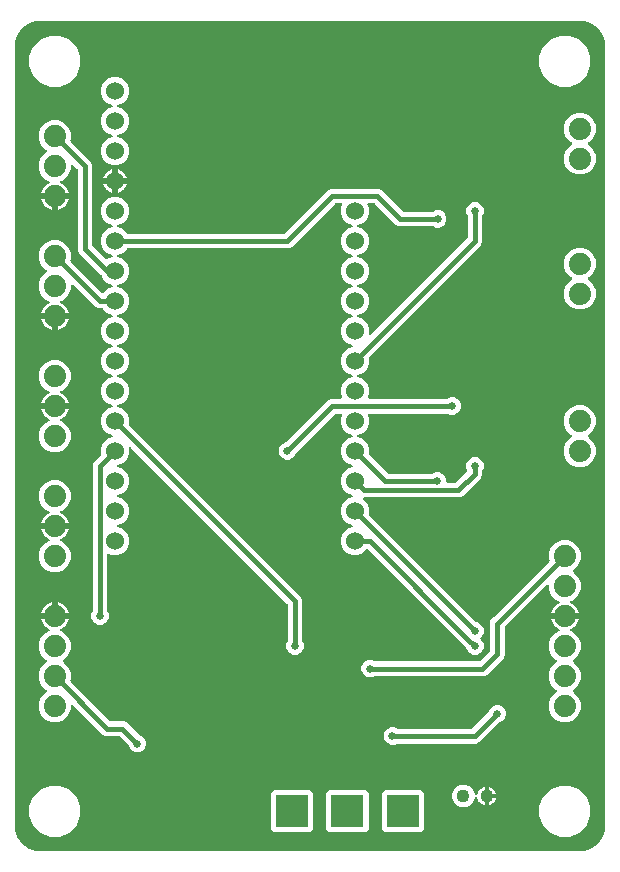
<source format=gbr>
G04 EAGLE Gerber X2 export*
%TF.Part,Single*%
%TF.FileFunction,Copper,L2,Bot,Mixed*%
%TF.FilePolarity,Positive*%
%TF.GenerationSoftware,Autodesk,EAGLE,9.1.1*%
%TF.CreationDate,2018-08-07T15:37:49Z*%
G75*
%MOMM*%
%FSLAX34Y34*%
%LPD*%
%AMOC8*
5,1,8,0,0,1.08239X$1,22.5*%
G01*
%ADD10C,1.879600*%
%ADD11C,1.530000*%
%ADD12C,1.108000*%
%ADD13R,2.781300X2.781300*%
%ADD14C,0.654800*%
%ADD15C,0.406400*%
%ADD16C,0.457200*%

G36*
X482622Y4067D02*
X482622Y4067D01*
X482700Y4069D01*
X485839Y4316D01*
X485906Y4330D01*
X485975Y4334D01*
X486131Y4374D01*
X492102Y6314D01*
X492209Y6364D01*
X492320Y6408D01*
X492371Y6441D01*
X492390Y6449D01*
X492405Y6462D01*
X492456Y6494D01*
X497535Y10184D01*
X497622Y10266D01*
X497713Y10341D01*
X497752Y10388D01*
X497767Y10402D01*
X497778Y10419D01*
X497816Y10465D01*
X501506Y15544D01*
X501563Y15648D01*
X501627Y15748D01*
X501649Y15805D01*
X501659Y15823D01*
X501664Y15843D01*
X501686Y15898D01*
X503626Y21869D01*
X503639Y21937D01*
X503662Y22002D01*
X503684Y22161D01*
X503931Y25300D01*
X503930Y25322D01*
X503935Y25400D01*
X503935Y685800D01*
X503933Y685822D01*
X503931Y685900D01*
X503684Y689039D01*
X503670Y689106D01*
X503666Y689175D01*
X503626Y689331D01*
X501686Y695302D01*
X501636Y695409D01*
X501592Y695520D01*
X501559Y695571D01*
X501551Y695590D01*
X501538Y695605D01*
X501506Y695656D01*
X497816Y700735D01*
X497734Y700822D01*
X497659Y700913D01*
X497612Y700952D01*
X497598Y700967D01*
X497581Y700978D01*
X497535Y701016D01*
X492456Y704706D01*
X492352Y704763D01*
X492252Y704827D01*
X492195Y704849D01*
X492177Y704859D01*
X492157Y704864D01*
X492102Y704886D01*
X486131Y706826D01*
X486063Y706839D01*
X485998Y706862D01*
X485839Y706884D01*
X482700Y707131D01*
X482678Y707130D01*
X482600Y707135D01*
X25400Y707135D01*
X25378Y707133D01*
X25300Y707131D01*
X22161Y706884D01*
X22094Y706870D01*
X22025Y706866D01*
X21869Y706826D01*
X15898Y704886D01*
X15791Y704836D01*
X15680Y704792D01*
X15629Y704759D01*
X15610Y704751D01*
X15595Y704738D01*
X15544Y704706D01*
X10465Y701016D01*
X10378Y700934D01*
X10287Y700859D01*
X10248Y700812D01*
X10233Y700798D01*
X10222Y700781D01*
X10184Y700735D01*
X6494Y695656D01*
X6437Y695552D01*
X6373Y695452D01*
X6351Y695395D01*
X6341Y695377D01*
X6336Y695357D01*
X6314Y695302D01*
X4374Y689331D01*
X4361Y689263D01*
X4338Y689198D01*
X4316Y689039D01*
X4069Y685900D01*
X4070Y685878D01*
X4065Y685800D01*
X4065Y25400D01*
X4067Y25378D01*
X4069Y25300D01*
X4316Y22161D01*
X4330Y22094D01*
X4334Y22025D01*
X4374Y21869D01*
X6314Y15898D01*
X6364Y15791D01*
X6408Y15680D01*
X6441Y15629D01*
X6449Y15610D01*
X6462Y15595D01*
X6494Y15544D01*
X10184Y10465D01*
X10266Y10378D01*
X10341Y10287D01*
X10388Y10248D01*
X10402Y10233D01*
X10419Y10222D01*
X10465Y10184D01*
X15544Y6494D01*
X15648Y6437D01*
X15748Y6373D01*
X15805Y6351D01*
X15823Y6341D01*
X15843Y6336D01*
X15898Y6314D01*
X21869Y4374D01*
X21937Y4361D01*
X22002Y4338D01*
X22161Y4316D01*
X25300Y4069D01*
X25322Y4070D01*
X25400Y4065D01*
X482600Y4065D01*
X482622Y4067D01*
G37*
%LPC*%
G36*
X239840Y170461D02*
X239840Y170461D01*
X237143Y171579D01*
X235079Y173643D01*
X233961Y176340D01*
X233961Y179260D01*
X235107Y182025D01*
X235109Y182034D01*
X235114Y182042D01*
X235151Y182187D01*
X235191Y182332D01*
X235191Y182341D01*
X235193Y182350D01*
X235203Y182511D01*
X235203Y212849D01*
X235191Y212947D01*
X235188Y213046D01*
X235171Y213104D01*
X235163Y213164D01*
X235127Y213257D01*
X235099Y213352D01*
X235069Y213404D01*
X235046Y213460D01*
X234988Y213540D01*
X234938Y213626D01*
X234872Y213701D01*
X234860Y213717D01*
X234850Y213725D01*
X234832Y213746D01*
X102781Y345796D01*
X102672Y345882D01*
X102565Y345970D01*
X102546Y345979D01*
X102530Y345991D01*
X102402Y346047D01*
X102277Y346106D01*
X102257Y346110D01*
X102238Y346118D01*
X102100Y346140D01*
X101964Y346166D01*
X101944Y346164D01*
X101924Y346168D01*
X101785Y346154D01*
X101647Y346146D01*
X101628Y346140D01*
X101608Y346138D01*
X101476Y346091D01*
X101345Y346048D01*
X101327Y346037D01*
X101308Y346030D01*
X101193Y345952D01*
X101076Y345878D01*
X101062Y345863D01*
X101045Y345852D01*
X100953Y345748D01*
X100858Y345646D01*
X100848Y345628D01*
X100835Y345613D01*
X100771Y345489D01*
X100704Y345368D01*
X100699Y345348D01*
X100690Y345330D01*
X100660Y345194D01*
X100625Y345060D01*
X100623Y345032D01*
X100620Y345020D01*
X100621Y344999D01*
X100615Y344899D01*
X100615Y340570D01*
X98831Y336264D01*
X95536Y332969D01*
X91683Y331373D01*
X91562Y331304D01*
X91439Y331239D01*
X91424Y331225D01*
X91406Y331215D01*
X91306Y331118D01*
X91204Y331025D01*
X91192Y331008D01*
X91178Y330994D01*
X91105Y330875D01*
X91029Y330759D01*
X91022Y330740D01*
X91012Y330723D01*
X90971Y330590D01*
X90926Y330458D01*
X90924Y330438D01*
X90918Y330419D01*
X90911Y330280D01*
X90900Y330141D01*
X90904Y330121D01*
X90903Y330101D01*
X90931Y329965D01*
X90955Y329828D01*
X90963Y329809D01*
X90967Y329790D01*
X91028Y329664D01*
X91085Y329538D01*
X91098Y329522D01*
X91107Y329504D01*
X91197Y329398D01*
X91284Y329290D01*
X91300Y329277D01*
X91313Y329262D01*
X91427Y329182D01*
X91538Y329098D01*
X91563Y329086D01*
X91573Y329079D01*
X91592Y329072D01*
X91683Y329027D01*
X95536Y327431D01*
X98831Y324136D01*
X100615Y319830D01*
X100615Y315170D01*
X98831Y310864D01*
X95536Y307569D01*
X91683Y305973D01*
X91562Y305904D01*
X91439Y305839D01*
X91424Y305825D01*
X91406Y305815D01*
X91306Y305718D01*
X91204Y305625D01*
X91192Y305608D01*
X91178Y305594D01*
X91105Y305475D01*
X91029Y305359D01*
X91022Y305340D01*
X91012Y305323D01*
X90971Y305190D01*
X90926Y305058D01*
X90924Y305038D01*
X90918Y305019D01*
X90911Y304880D01*
X90900Y304741D01*
X90904Y304721D01*
X90903Y304701D01*
X90931Y304565D01*
X90955Y304428D01*
X90963Y304409D01*
X90967Y304390D01*
X91028Y304264D01*
X91085Y304138D01*
X91098Y304122D01*
X91107Y304104D01*
X91197Y303998D01*
X91284Y303890D01*
X91300Y303877D01*
X91313Y303862D01*
X91427Y303782D01*
X91538Y303698D01*
X91563Y303686D01*
X91573Y303679D01*
X91592Y303672D01*
X91683Y303627D01*
X95536Y302031D01*
X98831Y298736D01*
X100615Y294430D01*
X100615Y289770D01*
X98831Y285464D01*
X95536Y282169D01*
X91683Y280573D01*
X91562Y280504D01*
X91439Y280439D01*
X91424Y280425D01*
X91406Y280415D01*
X91306Y280318D01*
X91204Y280225D01*
X91192Y280208D01*
X91178Y280194D01*
X91105Y280075D01*
X91029Y279959D01*
X91022Y279940D01*
X91012Y279923D01*
X90971Y279790D01*
X90926Y279658D01*
X90924Y279638D01*
X90918Y279619D01*
X90911Y279480D01*
X90900Y279341D01*
X90904Y279321D01*
X90903Y279301D01*
X90931Y279165D01*
X90955Y279028D01*
X90963Y279009D01*
X90967Y278990D01*
X91028Y278864D01*
X91085Y278738D01*
X91098Y278722D01*
X91107Y278704D01*
X91197Y278598D01*
X91284Y278490D01*
X91300Y278477D01*
X91313Y278462D01*
X91427Y278382D01*
X91538Y278298D01*
X91563Y278286D01*
X91573Y278279D01*
X91592Y278272D01*
X91683Y278227D01*
X95536Y276631D01*
X98831Y273336D01*
X100615Y269030D01*
X100615Y264370D01*
X98831Y260064D01*
X95536Y256769D01*
X91230Y254985D01*
X86570Y254985D01*
X84052Y256028D01*
X84004Y256041D01*
X83959Y256063D01*
X83851Y256083D01*
X83745Y256112D01*
X83695Y256113D01*
X83646Y256122D01*
X83537Y256116D01*
X83427Y256117D01*
X83379Y256106D01*
X83329Y256103D01*
X83225Y256069D01*
X83118Y256043D01*
X83074Y256020D01*
X83027Y256005D01*
X82934Y255946D01*
X82837Y255894D01*
X82800Y255861D01*
X82758Y255834D01*
X82683Y255754D01*
X82601Y255681D01*
X82574Y255639D01*
X82540Y255603D01*
X82487Y255507D01*
X82427Y255415D01*
X82410Y255368D01*
X82386Y255324D01*
X82359Y255218D01*
X82323Y255114D01*
X82319Y255064D01*
X82307Y255016D01*
X82297Y254856D01*
X82297Y207911D01*
X82298Y207901D01*
X82297Y207892D01*
X82318Y207743D01*
X82337Y207595D01*
X82340Y207586D01*
X82341Y207577D01*
X82393Y207425D01*
X83539Y204660D01*
X83539Y201740D01*
X82421Y199043D01*
X80357Y196979D01*
X77660Y195861D01*
X74740Y195861D01*
X72043Y196979D01*
X69979Y199043D01*
X68861Y201740D01*
X68861Y204660D01*
X70007Y207425D01*
X70009Y207434D01*
X70014Y207442D01*
X70051Y207587D01*
X70091Y207732D01*
X70091Y207741D01*
X70093Y207750D01*
X70103Y207911D01*
X70103Y331413D01*
X71031Y333654D01*
X76814Y339436D01*
X76874Y339514D01*
X76942Y339586D01*
X76971Y339639D01*
X77008Y339687D01*
X77048Y339778D01*
X77096Y339864D01*
X77111Y339923D01*
X77135Y339979D01*
X77150Y340077D01*
X77175Y340172D01*
X77181Y340272D01*
X77185Y340293D01*
X77183Y340305D01*
X77185Y340333D01*
X77185Y345230D01*
X78969Y349536D01*
X82264Y352831D01*
X86117Y354427D01*
X86238Y354496D01*
X86361Y354561D01*
X86376Y354575D01*
X86394Y354585D01*
X86494Y354682D01*
X86596Y354775D01*
X86608Y354792D01*
X86622Y354806D01*
X86695Y354925D01*
X86771Y355041D01*
X86778Y355060D01*
X86788Y355077D01*
X86829Y355210D01*
X86874Y355342D01*
X86876Y355362D01*
X86882Y355381D01*
X86889Y355520D01*
X86900Y355659D01*
X86896Y355679D01*
X86897Y355699D01*
X86869Y355835D01*
X86845Y355972D01*
X86837Y355991D01*
X86833Y356010D01*
X86772Y356136D01*
X86715Y356262D01*
X86702Y356278D01*
X86693Y356296D01*
X86603Y356402D01*
X86516Y356510D01*
X86500Y356523D01*
X86487Y356538D01*
X86373Y356618D01*
X86262Y356702D01*
X86237Y356714D01*
X86227Y356721D01*
X86208Y356728D01*
X86117Y356773D01*
X82264Y358369D01*
X78969Y361664D01*
X77185Y365970D01*
X77185Y370630D01*
X78969Y374936D01*
X82264Y378231D01*
X86117Y379827D01*
X86238Y379896D01*
X86361Y379961D01*
X86376Y379975D01*
X86394Y379985D01*
X86494Y380082D01*
X86596Y380175D01*
X86608Y380192D01*
X86622Y380206D01*
X86695Y380324D01*
X86771Y380441D01*
X86778Y380460D01*
X86788Y380477D01*
X86829Y380610D01*
X86874Y380742D01*
X86876Y380762D01*
X86882Y380781D01*
X86889Y380920D01*
X86900Y381059D01*
X86896Y381079D01*
X86897Y381099D01*
X86869Y381235D01*
X86845Y381372D01*
X86837Y381390D01*
X86833Y381410D01*
X86772Y381536D01*
X86715Y381662D01*
X86702Y381678D01*
X86693Y381696D01*
X86602Y381802D01*
X86516Y381910D01*
X86500Y381923D01*
X86487Y381938D01*
X86373Y382018D01*
X86262Y382102D01*
X86237Y382114D01*
X86227Y382121D01*
X86208Y382128D01*
X86117Y382173D01*
X82264Y383769D01*
X78969Y387064D01*
X77185Y391370D01*
X77185Y396030D01*
X78969Y400336D01*
X82264Y403631D01*
X86117Y405227D01*
X86238Y405296D01*
X86361Y405361D01*
X86376Y405375D01*
X86394Y405385D01*
X86494Y405482D01*
X86596Y405575D01*
X86608Y405592D01*
X86622Y405606D01*
X86695Y405724D01*
X86771Y405841D01*
X86778Y405860D01*
X86788Y405877D01*
X86829Y406010D01*
X86874Y406142D01*
X86876Y406162D01*
X86882Y406181D01*
X86889Y406320D01*
X86900Y406459D01*
X86896Y406479D01*
X86897Y406499D01*
X86869Y406635D01*
X86845Y406772D01*
X86837Y406790D01*
X86833Y406810D01*
X86772Y406936D01*
X86715Y407062D01*
X86702Y407078D01*
X86693Y407096D01*
X86602Y407202D01*
X86516Y407310D01*
X86500Y407323D01*
X86487Y407338D01*
X86373Y407418D01*
X86262Y407502D01*
X86237Y407514D01*
X86227Y407521D01*
X86208Y407528D01*
X86117Y407573D01*
X82264Y409169D01*
X78969Y412464D01*
X77185Y416770D01*
X77185Y421430D01*
X78969Y425736D01*
X82264Y429031D01*
X86117Y430627D01*
X86201Y430675D01*
X86238Y430690D01*
X86271Y430714D01*
X86361Y430761D01*
X86376Y430775D01*
X86394Y430785D01*
X86467Y430855D01*
X86495Y430876D01*
X86519Y430904D01*
X86596Y430975D01*
X86608Y430992D01*
X86622Y431006D01*
X86677Y431096D01*
X86698Y431121D01*
X86712Y431152D01*
X86771Y431241D01*
X86778Y431260D01*
X86788Y431277D01*
X86820Y431380D01*
X86834Y431409D01*
X86840Y431441D01*
X86874Y431542D01*
X86876Y431562D01*
X86882Y431581D01*
X86887Y431687D01*
X86894Y431721D01*
X86891Y431756D01*
X86900Y431859D01*
X86896Y431879D01*
X86897Y431899D01*
X86876Y432000D01*
X86874Y432039D01*
X86862Y432075D01*
X86845Y432172D01*
X86837Y432190D01*
X86833Y432210D01*
X86790Y432299D01*
X86776Y432341D01*
X86752Y432379D01*
X86715Y432462D01*
X86702Y432478D01*
X86693Y432496D01*
X86634Y432565D01*
X86606Y432610D01*
X86568Y432646D01*
X86516Y432710D01*
X86500Y432723D01*
X86487Y432738D01*
X86419Y432786D01*
X86374Y432828D01*
X86321Y432857D01*
X86262Y432902D01*
X86237Y432914D01*
X86227Y432921D01*
X86208Y432928D01*
X86117Y432973D01*
X82264Y434569D01*
X78969Y437864D01*
X77185Y442170D01*
X77185Y446830D01*
X78969Y451136D01*
X82264Y454431D01*
X86117Y456027D01*
X86175Y456060D01*
X86212Y456075D01*
X86250Y456102D01*
X86361Y456161D01*
X86376Y456175D01*
X86394Y456185D01*
X86494Y456282D01*
X86596Y456375D01*
X86608Y456392D01*
X86622Y456406D01*
X86695Y456525D01*
X86771Y456641D01*
X86778Y456660D01*
X86788Y456677D01*
X86829Y456810D01*
X86874Y456942D01*
X86876Y456962D01*
X86882Y456981D01*
X86889Y457120D01*
X86900Y457259D01*
X86896Y457279D01*
X86897Y457299D01*
X86869Y457435D01*
X86845Y457572D01*
X86837Y457591D01*
X86833Y457610D01*
X86772Y457736D01*
X86715Y457862D01*
X86702Y457878D01*
X86693Y457896D01*
X86603Y458002D01*
X86516Y458110D01*
X86500Y458123D01*
X86487Y458138D01*
X86373Y458218D01*
X86262Y458302D01*
X86237Y458314D01*
X86227Y458321D01*
X86208Y458328D01*
X86117Y458373D01*
X82264Y459969D01*
X78801Y463432D01*
X78723Y463492D01*
X78651Y463560D01*
X78598Y463589D01*
X78550Y463626D01*
X78459Y463666D01*
X78372Y463714D01*
X78314Y463729D01*
X78258Y463753D01*
X78160Y463768D01*
X78065Y463793D01*
X77965Y463799D01*
X77944Y463803D01*
X77932Y463801D01*
X77904Y463803D01*
X74987Y463803D01*
X72746Y464731D01*
X70853Y466625D01*
X53729Y483748D01*
X53620Y483834D01*
X53513Y483922D01*
X53494Y483931D01*
X53478Y483943D01*
X53350Y483999D01*
X53225Y484058D01*
X53205Y484062D01*
X53186Y484070D01*
X53048Y484092D01*
X52912Y484118D01*
X52892Y484116D01*
X52872Y484120D01*
X52733Y484106D01*
X52595Y484098D01*
X52576Y484092D01*
X52556Y484090D01*
X52424Y484043D01*
X52293Y484000D01*
X52275Y483989D01*
X52256Y483982D01*
X52141Y483904D01*
X52024Y483830D01*
X52010Y483815D01*
X51993Y483804D01*
X51901Y483700D01*
X51806Y483598D01*
X51796Y483580D01*
X51783Y483565D01*
X51719Y483441D01*
X51652Y483320D01*
X51647Y483300D01*
X51638Y483282D01*
X51608Y483146D01*
X51573Y483012D01*
X51571Y482984D01*
X51568Y482972D01*
X51569Y482951D01*
X51563Y482851D01*
X51563Y479922D01*
X49513Y474974D01*
X45726Y471187D01*
X43427Y470235D01*
X43349Y470190D01*
X43267Y470155D01*
X43212Y470112D01*
X43151Y470077D01*
X43086Y470015D01*
X43016Y469960D01*
X42973Y469905D01*
X42922Y469856D01*
X42875Y469779D01*
X42821Y469709D01*
X42793Y469644D01*
X42756Y469585D01*
X42730Y469499D01*
X42694Y469417D01*
X42683Y469348D01*
X42662Y469281D01*
X42658Y469191D01*
X42644Y469103D01*
X42651Y469033D01*
X42647Y468963D01*
X42665Y468875D01*
X42674Y468786D01*
X42697Y468720D01*
X42712Y468652D01*
X42751Y468571D01*
X42781Y468487D01*
X42820Y468429D01*
X42851Y468366D01*
X42910Y468298D01*
X42960Y468224D01*
X43012Y468177D01*
X43058Y468124D01*
X43131Y468072D01*
X43198Y468013D01*
X43306Y467949D01*
X43318Y467941D01*
X43324Y467938D01*
X43337Y467931D01*
X44357Y467411D01*
X45878Y466306D01*
X47206Y464978D01*
X48311Y463457D01*
X49164Y461783D01*
X49745Y459996D01*
X49785Y459739D01*
X39370Y459739D01*
X39252Y459724D01*
X39133Y459717D01*
X39095Y459704D01*
X39055Y459699D01*
X38944Y459656D01*
X38831Y459619D01*
X38797Y459597D01*
X38759Y459582D01*
X38663Y459512D01*
X38562Y459449D01*
X38534Y459419D01*
X38502Y459395D01*
X38426Y459304D01*
X38344Y459217D01*
X38325Y459182D01*
X38299Y459151D01*
X38248Y459043D01*
X38191Y458939D01*
X38180Y458899D01*
X38163Y458863D01*
X38141Y458746D01*
X38111Y458631D01*
X38107Y458570D01*
X38103Y458550D01*
X38104Y458540D01*
X38103Y458537D01*
X38104Y458523D01*
X38101Y458470D01*
X38101Y457199D01*
X38099Y457199D01*
X38099Y458470D01*
X38084Y458588D01*
X38077Y458707D01*
X38064Y458745D01*
X38059Y458785D01*
X38015Y458896D01*
X37979Y459009D01*
X37957Y459044D01*
X37942Y459081D01*
X37872Y459177D01*
X37809Y459278D01*
X37779Y459306D01*
X37755Y459339D01*
X37664Y459414D01*
X37577Y459496D01*
X37542Y459516D01*
X37510Y459541D01*
X37403Y459592D01*
X37298Y459650D01*
X37259Y459660D01*
X37223Y459677D01*
X37106Y459699D01*
X36991Y459729D01*
X36930Y459733D01*
X36910Y459737D01*
X36890Y459735D01*
X36830Y459739D01*
X26415Y459739D01*
X26455Y459996D01*
X27036Y461783D01*
X27889Y463457D01*
X28994Y464978D01*
X30322Y466306D01*
X31843Y467411D01*
X32863Y467931D01*
X32937Y467981D01*
X33017Y468023D01*
X33069Y468070D01*
X33127Y468110D01*
X33186Y468177D01*
X33252Y468237D01*
X33290Y468296D01*
X33337Y468348D01*
X33378Y468428D01*
X33427Y468503D01*
X33449Y468569D01*
X33481Y468632D01*
X33501Y468719D01*
X33530Y468804D01*
X33536Y468874D01*
X33551Y468942D01*
X33548Y469032D01*
X33555Y469121D01*
X33543Y469190D01*
X33541Y469260D01*
X33516Y469346D01*
X33501Y469434D01*
X33472Y469498D01*
X33452Y469565D01*
X33407Y469642D01*
X33370Y469724D01*
X33326Y469779D01*
X33291Y469839D01*
X33228Y469902D01*
X33172Y469972D01*
X33116Y470015D01*
X33066Y470064D01*
X32989Y470110D01*
X32918Y470164D01*
X32805Y470219D01*
X32792Y470226D01*
X32786Y470228D01*
X32773Y470235D01*
X30474Y471187D01*
X26687Y474974D01*
X24637Y479922D01*
X24637Y485278D01*
X26687Y490226D01*
X30474Y494013D01*
X30750Y494127D01*
X30870Y494196D01*
X30993Y494261D01*
X31008Y494275D01*
X31026Y494285D01*
X31125Y494381D01*
X31229Y494475D01*
X31240Y494492D01*
X31254Y494506D01*
X31327Y494625D01*
X31403Y494741D01*
X31410Y494760D01*
X31421Y494777D01*
X31462Y494910D01*
X31507Y495042D01*
X31508Y495062D01*
X31514Y495081D01*
X31521Y495220D01*
X31532Y495359D01*
X31528Y495379D01*
X31529Y495399D01*
X31501Y495535D01*
X31478Y495672D01*
X31469Y495691D01*
X31465Y495710D01*
X31404Y495835D01*
X31347Y495962D01*
X31334Y495978D01*
X31325Y495996D01*
X31235Y496102D01*
X31148Y496210D01*
X31132Y496223D01*
X31119Y496238D01*
X31005Y496318D01*
X30894Y496402D01*
X30869Y496414D01*
X30859Y496421D01*
X30840Y496428D01*
X30750Y496473D01*
X30474Y496587D01*
X26687Y500374D01*
X24637Y505322D01*
X24637Y510678D01*
X26687Y515626D01*
X30474Y519413D01*
X35422Y521463D01*
X40778Y521463D01*
X45726Y519413D01*
X49513Y515626D01*
X51563Y510678D01*
X51563Y505322D01*
X51254Y504576D01*
X51246Y504548D01*
X51233Y504522D01*
X51204Y504395D01*
X51170Y504270D01*
X51169Y504240D01*
X51163Y504211D01*
X51167Y504081D01*
X51165Y503952D01*
X51172Y503923D01*
X51173Y503893D01*
X51209Y503769D01*
X51239Y503642D01*
X51253Y503616D01*
X51261Y503588D01*
X51327Y503476D01*
X51388Y503361D01*
X51408Y503339D01*
X51423Y503314D01*
X51529Y503193D01*
X77680Y477042D01*
X77774Y476969D01*
X77863Y476890D01*
X77899Y476872D01*
X77931Y476847D01*
X78041Y476800D01*
X78147Y476746D01*
X78186Y476737D01*
X78223Y476721D01*
X78341Y476702D01*
X78457Y476676D01*
X78497Y476677D01*
X78537Y476671D01*
X78656Y476682D01*
X78775Y476686D01*
X78814Y476697D01*
X78854Y476701D01*
X78966Y476741D01*
X79080Y476774D01*
X79115Y476795D01*
X79153Y476808D01*
X79252Y476875D01*
X79354Y476936D01*
X79399Y476975D01*
X79416Y476987D01*
X79430Y477002D01*
X79475Y477042D01*
X82264Y479831D01*
X86117Y481427D01*
X86171Y481458D01*
X86175Y481460D01*
X86180Y481463D01*
X86238Y481496D01*
X86361Y481561D01*
X86376Y481575D01*
X86394Y481585D01*
X86494Y481682D01*
X86596Y481775D01*
X86608Y481792D01*
X86622Y481806D01*
X86695Y481924D01*
X86771Y482041D01*
X86778Y482060D01*
X86788Y482077D01*
X86829Y482210D01*
X86874Y482342D01*
X86876Y482362D01*
X86882Y482381D01*
X86889Y482520D01*
X86900Y482659D01*
X86896Y482679D01*
X86897Y482699D01*
X86869Y482835D01*
X86845Y482972D01*
X86837Y482990D01*
X86833Y483010D01*
X86772Y483136D01*
X86715Y483262D01*
X86702Y483278D01*
X86693Y483296D01*
X86602Y483402D01*
X86516Y483510D01*
X86500Y483523D01*
X86487Y483538D01*
X86373Y483618D01*
X86262Y483702D01*
X86237Y483714D01*
X86227Y483721D01*
X86208Y483728D01*
X86117Y483773D01*
X82264Y485369D01*
X78969Y488664D01*
X77937Y491154D01*
X77933Y491162D01*
X77930Y491171D01*
X77854Y491300D01*
X77780Y491430D01*
X77773Y491437D01*
X77769Y491445D01*
X77662Y491566D01*
X77203Y492025D01*
X58331Y510896D01*
X57403Y513137D01*
X57403Y581149D01*
X57391Y581247D01*
X57388Y581346D01*
X57371Y581404D01*
X57363Y581464D01*
X57327Y581557D01*
X57299Y581652D01*
X57269Y581704D01*
X57246Y581760D01*
X57188Y581840D01*
X57138Y581926D01*
X57072Y582001D01*
X57060Y582017D01*
X57050Y582025D01*
X57032Y582046D01*
X53729Y585348D01*
X53620Y585434D01*
X53513Y585522D01*
X53494Y585531D01*
X53478Y585543D01*
X53350Y585599D01*
X53225Y585658D01*
X53205Y585662D01*
X53186Y585670D01*
X53048Y585692D01*
X52912Y585718D01*
X52892Y585716D01*
X52872Y585720D01*
X52733Y585706D01*
X52595Y585698D01*
X52576Y585692D01*
X52556Y585690D01*
X52424Y585643D01*
X52293Y585600D01*
X52275Y585589D01*
X52256Y585582D01*
X52141Y585504D01*
X52024Y585430D01*
X52010Y585415D01*
X51993Y585404D01*
X51901Y585299D01*
X51806Y585198D01*
X51796Y585180D01*
X51783Y585165D01*
X51719Y585041D01*
X51652Y584920D01*
X51647Y584900D01*
X51638Y584882D01*
X51608Y584746D01*
X51573Y584612D01*
X51571Y584584D01*
X51568Y584572D01*
X51569Y584551D01*
X51563Y584451D01*
X51563Y581522D01*
X49513Y576574D01*
X45726Y572787D01*
X43427Y571835D01*
X43349Y571790D01*
X43267Y571755D01*
X43212Y571712D01*
X43151Y571677D01*
X43086Y571615D01*
X43016Y571560D01*
X42973Y571505D01*
X42922Y571456D01*
X42875Y571379D01*
X42821Y571309D01*
X42793Y571244D01*
X42756Y571185D01*
X42730Y571099D01*
X42694Y571017D01*
X42683Y570948D01*
X42662Y570881D01*
X42658Y570791D01*
X42644Y570703D01*
X42651Y570633D01*
X42647Y570563D01*
X42665Y570475D01*
X42674Y570386D01*
X42697Y570320D01*
X42712Y570252D01*
X42751Y570171D01*
X42781Y570087D01*
X42821Y570029D01*
X42851Y569966D01*
X42910Y569898D01*
X42960Y569824D01*
X43012Y569777D01*
X43058Y569724D01*
X43131Y569672D01*
X43198Y569613D01*
X43305Y569549D01*
X43318Y569541D01*
X43324Y569538D01*
X43337Y569531D01*
X44357Y569011D01*
X45878Y567906D01*
X47206Y566578D01*
X48311Y565057D01*
X49164Y563383D01*
X49745Y561596D01*
X49785Y561339D01*
X39370Y561339D01*
X39252Y561324D01*
X39133Y561317D01*
X39095Y561304D01*
X39055Y561299D01*
X38944Y561256D01*
X38831Y561219D01*
X38797Y561197D01*
X38759Y561182D01*
X38663Y561112D01*
X38562Y561049D01*
X38534Y561019D01*
X38502Y560995D01*
X38426Y560904D01*
X38344Y560817D01*
X38325Y560782D01*
X38299Y560751D01*
X38248Y560643D01*
X38191Y560539D01*
X38180Y560499D01*
X38163Y560463D01*
X38141Y560346D01*
X38111Y560231D01*
X38107Y560170D01*
X38103Y560150D01*
X38105Y560130D01*
X38101Y560070D01*
X38101Y558799D01*
X38099Y558799D01*
X38099Y560070D01*
X38084Y560188D01*
X38077Y560307D01*
X38064Y560345D01*
X38059Y560385D01*
X38015Y560496D01*
X37979Y560609D01*
X37957Y560644D01*
X37942Y560681D01*
X37872Y560777D01*
X37809Y560878D01*
X37779Y560906D01*
X37755Y560939D01*
X37664Y561014D01*
X37577Y561096D01*
X37542Y561116D01*
X37510Y561141D01*
X37403Y561192D01*
X37298Y561250D01*
X37259Y561260D01*
X37223Y561277D01*
X37106Y561299D01*
X36991Y561329D01*
X36930Y561333D01*
X36910Y561337D01*
X36890Y561335D01*
X36830Y561339D01*
X26415Y561339D01*
X26455Y561596D01*
X27036Y563383D01*
X27889Y565057D01*
X28994Y566578D01*
X30322Y567906D01*
X31843Y569011D01*
X32863Y569531D01*
X32937Y569581D01*
X33017Y569623D01*
X33069Y569670D01*
X33127Y569710D01*
X33186Y569777D01*
X33252Y569837D01*
X33291Y569896D01*
X33337Y569948D01*
X33377Y570028D01*
X33427Y570103D01*
X33450Y570169D01*
X33481Y570232D01*
X33501Y570319D01*
X33530Y570404D01*
X33536Y570474D01*
X33551Y570542D01*
X33548Y570631D01*
X33555Y570721D01*
X33543Y570790D01*
X33541Y570860D01*
X33516Y570946D01*
X33501Y571034D01*
X33472Y571098D01*
X33452Y571165D01*
X33407Y571242D01*
X33370Y571324D01*
X33326Y571379D01*
X33291Y571439D01*
X33227Y571502D01*
X33172Y571572D01*
X33116Y571614D01*
X33066Y571664D01*
X32989Y571710D01*
X32918Y571764D01*
X32805Y571819D01*
X32792Y571826D01*
X32786Y571828D01*
X32773Y571835D01*
X30474Y572787D01*
X26687Y576574D01*
X24637Y581522D01*
X24637Y586878D01*
X26687Y591826D01*
X30474Y595613D01*
X30750Y595727D01*
X30870Y595796D01*
X30993Y595861D01*
X31008Y595875D01*
X31026Y595885D01*
X31126Y595982D01*
X31229Y596075D01*
X31240Y596092D01*
X31254Y596106D01*
X31327Y596225D01*
X31403Y596341D01*
X31410Y596360D01*
X31421Y596377D01*
X31462Y596510D01*
X31507Y596642D01*
X31508Y596662D01*
X31514Y596681D01*
X31521Y596820D01*
X31532Y596959D01*
X31528Y596979D01*
X31529Y596999D01*
X31501Y597135D01*
X31477Y597272D01*
X31469Y597290D01*
X31465Y597310D01*
X31404Y597435D01*
X31347Y597562D01*
X31334Y597578D01*
X31325Y597596D01*
X31236Y597701D01*
X31148Y597810D01*
X31132Y597823D01*
X31119Y597838D01*
X31005Y597918D01*
X30894Y598002D01*
X30869Y598014D01*
X30859Y598021D01*
X30840Y598028D01*
X30750Y598073D01*
X30474Y598187D01*
X26687Y601974D01*
X24637Y606922D01*
X24637Y612278D01*
X26687Y617226D01*
X30474Y621013D01*
X35422Y623063D01*
X40778Y623063D01*
X45726Y621013D01*
X49513Y617226D01*
X51563Y612278D01*
X51563Y606922D01*
X51254Y606176D01*
X51246Y606148D01*
X51233Y606122D01*
X51226Y606093D01*
X51221Y606082D01*
X51205Y605998D01*
X51204Y605995D01*
X51170Y605870D01*
X51169Y605840D01*
X51163Y605811D01*
X51164Y605783D01*
X51161Y605770D01*
X51167Y605679D01*
X51165Y605552D01*
X51172Y605523D01*
X51173Y605493D01*
X51180Y605468D01*
X51181Y605452D01*
X51211Y605361D01*
X51239Y605242D01*
X51253Y605216D01*
X51261Y605188D01*
X51273Y605167D01*
X51279Y605150D01*
X51334Y605064D01*
X51388Y604961D01*
X51408Y604939D01*
X51423Y604914D01*
X51443Y604891D01*
X51449Y604881D01*
X51463Y604868D01*
X51529Y604793D01*
X66775Y589547D01*
X68669Y587654D01*
X69597Y585413D01*
X69597Y517401D01*
X69609Y517303D01*
X69612Y517204D01*
X69629Y517146D01*
X69637Y517086D01*
X69673Y516993D01*
X69701Y516898D01*
X69731Y516846D01*
X69754Y516790D01*
X69812Y516710D01*
X69862Y516624D01*
X69928Y516549D01*
X69940Y516533D01*
X69950Y516525D01*
X69968Y516504D01*
X80941Y505531D01*
X80964Y505513D01*
X80983Y505491D01*
X81090Y505416D01*
X81192Y505336D01*
X81219Y505325D01*
X81243Y505308D01*
X81365Y505262D01*
X81484Y505210D01*
X81513Y505205D01*
X81541Y505195D01*
X81670Y505180D01*
X81798Y505160D01*
X81828Y505163D01*
X81857Y505160D01*
X81985Y505178D01*
X82115Y505190D01*
X82143Y505200D01*
X82172Y505204D01*
X82324Y505256D01*
X86117Y506827D01*
X86238Y506896D01*
X86361Y506961D01*
X86376Y506975D01*
X86394Y506985D01*
X86494Y507082D01*
X86596Y507175D01*
X86608Y507192D01*
X86622Y507206D01*
X86695Y507324D01*
X86771Y507441D01*
X86778Y507460D01*
X86788Y507477D01*
X86829Y507610D01*
X86874Y507742D01*
X86876Y507762D01*
X86882Y507781D01*
X86889Y507920D01*
X86900Y508059D01*
X86896Y508079D01*
X86897Y508099D01*
X86869Y508235D01*
X86845Y508372D01*
X86837Y508390D01*
X86833Y508410D01*
X86772Y508536D01*
X86715Y508662D01*
X86702Y508678D01*
X86693Y508696D01*
X86602Y508802D01*
X86516Y508910D01*
X86500Y508923D01*
X86487Y508938D01*
X86373Y509018D01*
X86262Y509102D01*
X86237Y509114D01*
X86227Y509121D01*
X86208Y509128D01*
X86117Y509173D01*
X82264Y510769D01*
X78969Y514064D01*
X77185Y518370D01*
X77185Y523030D01*
X78969Y527336D01*
X82264Y530631D01*
X86117Y532227D01*
X86238Y532296D01*
X86361Y532361D01*
X86376Y532375D01*
X86394Y532385D01*
X86494Y532482D01*
X86596Y532575D01*
X86608Y532592D01*
X86622Y532606D01*
X86695Y532724D01*
X86771Y532841D01*
X86778Y532860D01*
X86788Y532877D01*
X86829Y533010D01*
X86874Y533142D01*
X86876Y533162D01*
X86882Y533181D01*
X86889Y533320D01*
X86900Y533459D01*
X86896Y533479D01*
X86897Y533499D01*
X86869Y533635D01*
X86845Y533772D01*
X86837Y533790D01*
X86833Y533810D01*
X86772Y533936D01*
X86715Y534062D01*
X86702Y534078D01*
X86693Y534096D01*
X86602Y534202D01*
X86516Y534310D01*
X86500Y534323D01*
X86487Y534338D01*
X86373Y534418D01*
X86262Y534502D01*
X86237Y534514D01*
X86227Y534521D01*
X86208Y534528D01*
X86117Y534573D01*
X82264Y536169D01*
X78969Y539464D01*
X77185Y543770D01*
X77185Y548430D01*
X78969Y552736D01*
X82264Y556031D01*
X86570Y557815D01*
X91230Y557815D01*
X95536Y556031D01*
X98831Y552736D01*
X100615Y548430D01*
X100615Y543770D01*
X98831Y539464D01*
X95536Y536169D01*
X91683Y534573D01*
X91562Y534504D01*
X91439Y534439D01*
X91424Y534425D01*
X91406Y534415D01*
X91306Y534318D01*
X91204Y534225D01*
X91192Y534208D01*
X91178Y534194D01*
X91105Y534075D01*
X91029Y533959D01*
X91022Y533940D01*
X91012Y533923D01*
X90971Y533790D01*
X90926Y533658D01*
X90924Y533638D01*
X90918Y533619D01*
X90911Y533480D01*
X90900Y533341D01*
X90904Y533321D01*
X90903Y533301D01*
X90931Y533165D01*
X90955Y533028D01*
X90963Y533009D01*
X90967Y532990D01*
X91028Y532864D01*
X91085Y532738D01*
X91098Y532722D01*
X91107Y532704D01*
X91197Y532598D01*
X91284Y532490D01*
X91300Y532477D01*
X91313Y532462D01*
X91427Y532382D01*
X91538Y532298D01*
X91563Y532286D01*
X91573Y532279D01*
X91592Y532272D01*
X91683Y532227D01*
X95536Y530631D01*
X98999Y527168D01*
X99077Y527108D01*
X99149Y527040D01*
X99202Y527011D01*
X99250Y526974D01*
X99341Y526934D01*
X99428Y526886D01*
X99486Y526871D01*
X99542Y526847D01*
X99640Y526832D01*
X99735Y526807D01*
X99835Y526801D01*
X99856Y526797D01*
X99868Y526799D01*
X99896Y526797D01*
X231899Y526797D01*
X231997Y526809D01*
X232096Y526812D01*
X232154Y526829D01*
X232214Y526837D01*
X232307Y526873D01*
X232402Y526901D01*
X232454Y526931D01*
X232510Y526954D01*
X232590Y527012D01*
X232676Y527062D01*
X232751Y527128D01*
X232767Y527140D01*
X232775Y527150D01*
X232796Y527168D01*
X269596Y563969D01*
X271837Y564897D01*
X312363Y564897D01*
X314604Y563969D01*
X332613Y545959D01*
X332691Y545899D01*
X332763Y545831D01*
X332816Y545802D01*
X332864Y545764D01*
X332955Y545725D01*
X333042Y545677D01*
X333100Y545662D01*
X333156Y545638D01*
X333254Y545623D01*
X333350Y545598D01*
X333450Y545591D01*
X333470Y545588D01*
X333482Y545589D01*
X333510Y545588D01*
X357498Y545588D01*
X357508Y545589D01*
X357517Y545588D01*
X357666Y545609D01*
X357814Y545627D01*
X357823Y545631D01*
X357832Y545632D01*
X357984Y545684D01*
X360749Y546830D01*
X363669Y546830D01*
X366366Y545712D01*
X368431Y543648D01*
X369548Y540951D01*
X369548Y538031D01*
X368431Y535334D01*
X366366Y533269D01*
X363669Y532152D01*
X360749Y532152D01*
X357984Y533297D01*
X357975Y533300D01*
X357967Y533304D01*
X357822Y533342D01*
X357677Y533381D01*
X357668Y533382D01*
X357659Y533384D01*
X357498Y533394D01*
X329246Y533394D01*
X327006Y534322D01*
X308996Y552332D01*
X308918Y552392D01*
X308846Y552460D01*
X308793Y552489D01*
X308745Y552526D01*
X308654Y552566D01*
X308568Y552614D01*
X308509Y552629D01*
X308453Y552653D01*
X308355Y552668D01*
X308260Y552693D01*
X308160Y552699D01*
X308139Y552703D01*
X308127Y552701D01*
X308099Y552703D01*
X303944Y552703D01*
X303895Y552697D01*
X303845Y552699D01*
X303738Y552677D01*
X303629Y552663D01*
X303583Y552645D01*
X303534Y552635D01*
X303435Y552587D01*
X303333Y552546D01*
X303293Y552517D01*
X303248Y552495D01*
X303165Y552424D01*
X303076Y552360D01*
X303044Y552321D01*
X303006Y552289D01*
X302943Y552199D01*
X302873Y552115D01*
X302852Y552070D01*
X302823Y552029D01*
X302784Y551926D01*
X302737Y551827D01*
X302728Y551778D01*
X302710Y551732D01*
X302698Y551622D01*
X302678Y551515D01*
X302681Y551465D01*
X302675Y551416D01*
X302691Y551307D01*
X302697Y551197D01*
X302713Y551150D01*
X302720Y551101D01*
X302772Y550948D01*
X303815Y548430D01*
X303815Y543770D01*
X302031Y539464D01*
X298736Y536169D01*
X294883Y534573D01*
X294762Y534504D01*
X294639Y534439D01*
X294624Y534425D01*
X294606Y534415D01*
X294506Y534318D01*
X294404Y534225D01*
X294392Y534208D01*
X294378Y534194D01*
X294305Y534076D01*
X294229Y533959D01*
X294222Y533940D01*
X294212Y533923D01*
X294171Y533790D01*
X294126Y533658D01*
X294124Y533638D01*
X294118Y533619D01*
X294111Y533480D01*
X294100Y533341D01*
X294104Y533321D01*
X294103Y533301D01*
X294131Y533165D01*
X294155Y533028D01*
X294163Y533010D01*
X294167Y532990D01*
X294228Y532864D01*
X294285Y532738D01*
X294298Y532722D01*
X294307Y532704D01*
X294398Y532598D01*
X294484Y532490D01*
X294500Y532477D01*
X294513Y532462D01*
X294627Y532382D01*
X294738Y532298D01*
X294763Y532286D01*
X294773Y532279D01*
X294792Y532272D01*
X294883Y532227D01*
X298736Y530631D01*
X302031Y527336D01*
X303815Y523030D01*
X303815Y518370D01*
X302031Y514064D01*
X298736Y510769D01*
X294883Y509173D01*
X294762Y509104D01*
X294639Y509039D01*
X294624Y509025D01*
X294606Y509015D01*
X294506Y508918D01*
X294404Y508825D01*
X294392Y508808D01*
X294378Y508794D01*
X294305Y508675D01*
X294229Y508559D01*
X294222Y508540D01*
X294212Y508523D01*
X294171Y508390D01*
X294126Y508258D01*
X294124Y508238D01*
X294118Y508219D01*
X294111Y508080D01*
X294100Y507941D01*
X294104Y507921D01*
X294103Y507901D01*
X294131Y507765D01*
X294155Y507628D01*
X294163Y507609D01*
X294167Y507590D01*
X294228Y507464D01*
X294285Y507338D01*
X294298Y507322D01*
X294307Y507304D01*
X294397Y507198D01*
X294484Y507090D01*
X294500Y507077D01*
X294513Y507062D01*
X294627Y506982D01*
X294738Y506898D01*
X294763Y506886D01*
X294773Y506879D01*
X294792Y506872D01*
X294883Y506827D01*
X298736Y505231D01*
X302031Y501936D01*
X303815Y497630D01*
X303815Y492970D01*
X302031Y488664D01*
X298736Y485369D01*
X294883Y483773D01*
X294762Y483704D01*
X294639Y483639D01*
X294624Y483625D01*
X294606Y483615D01*
X294506Y483518D01*
X294404Y483425D01*
X294392Y483408D01*
X294378Y483394D01*
X294305Y483275D01*
X294229Y483159D01*
X294222Y483140D01*
X294212Y483123D01*
X294171Y482990D01*
X294126Y482858D01*
X294124Y482838D01*
X294118Y482819D01*
X294111Y482680D01*
X294100Y482541D01*
X294104Y482521D01*
X294103Y482501D01*
X294131Y482365D01*
X294155Y482228D01*
X294163Y482209D01*
X294167Y482190D01*
X294228Y482064D01*
X294285Y481938D01*
X294298Y481922D01*
X294307Y481904D01*
X294397Y481798D01*
X294484Y481690D01*
X294500Y481677D01*
X294513Y481662D01*
X294627Y481582D01*
X294738Y481498D01*
X294763Y481486D01*
X294773Y481479D01*
X294792Y481472D01*
X294883Y481427D01*
X298736Y479831D01*
X302031Y476536D01*
X303815Y472230D01*
X303815Y467570D01*
X302031Y463264D01*
X298736Y459969D01*
X294883Y458373D01*
X294762Y458304D01*
X294639Y458239D01*
X294624Y458225D01*
X294606Y458215D01*
X294506Y458118D01*
X294404Y458025D01*
X294392Y458008D01*
X294378Y457994D01*
X294305Y457875D01*
X294229Y457759D01*
X294222Y457740D01*
X294212Y457723D01*
X294171Y457590D01*
X294126Y457458D01*
X294124Y457438D01*
X294118Y457419D01*
X294111Y457280D01*
X294100Y457141D01*
X294104Y457121D01*
X294103Y457101D01*
X294131Y456965D01*
X294155Y456828D01*
X294163Y456809D01*
X294167Y456790D01*
X294228Y456664D01*
X294285Y456538D01*
X294298Y456522D01*
X294307Y456504D01*
X294397Y456398D01*
X294484Y456290D01*
X294500Y456277D01*
X294513Y456262D01*
X294627Y456182D01*
X294644Y456169D01*
X294653Y456161D01*
X294661Y456156D01*
X294738Y456098D01*
X294763Y456086D01*
X294773Y456079D01*
X294792Y456072D01*
X294883Y456027D01*
X298736Y454431D01*
X302031Y451136D01*
X303815Y446830D01*
X303815Y442501D01*
X303832Y442363D01*
X303845Y442225D01*
X303852Y442206D01*
X303855Y442186D01*
X303906Y442056D01*
X303953Y441925D01*
X303964Y441909D01*
X303972Y441890D01*
X304053Y441777D01*
X304131Y441662D01*
X304147Y441649D01*
X304158Y441632D01*
X304266Y441544D01*
X304370Y441452D01*
X304388Y441443D01*
X304403Y441430D01*
X304529Y441371D01*
X304653Y441307D01*
X304673Y441303D01*
X304691Y441294D01*
X304827Y441268D01*
X304963Y441238D01*
X304984Y441238D01*
X305003Y441234D01*
X305142Y441243D01*
X305281Y441247D01*
X305301Y441253D01*
X305321Y441254D01*
X305453Y441297D01*
X305587Y441336D01*
X305604Y441346D01*
X305623Y441352D01*
X305741Y441426D01*
X305861Y441497D01*
X305882Y441516D01*
X305892Y441522D01*
X305906Y441537D01*
X305981Y441604D01*
X387232Y522854D01*
X387292Y522932D01*
X387360Y523004D01*
X387389Y523057D01*
X387426Y523105D01*
X387466Y523196D01*
X387514Y523282D01*
X387529Y523341D01*
X387553Y523397D01*
X387568Y523495D01*
X387593Y523590D01*
X387599Y523690D01*
X387603Y523711D01*
X387601Y523723D01*
X387603Y523751D01*
X387603Y541389D01*
X387602Y541399D01*
X387603Y541408D01*
X387582Y541557D01*
X387563Y541705D01*
X387560Y541714D01*
X387559Y541723D01*
X387507Y541875D01*
X386361Y544640D01*
X386361Y547560D01*
X387479Y550257D01*
X389543Y552321D01*
X392240Y553439D01*
X395160Y553439D01*
X397857Y552321D01*
X399921Y550257D01*
X401039Y547560D01*
X401039Y544640D01*
X399893Y541875D01*
X399891Y541866D01*
X399886Y541858D01*
X399849Y541713D01*
X399809Y541568D01*
X399809Y541559D01*
X399807Y541550D01*
X399797Y541389D01*
X399797Y519487D01*
X398869Y517246D01*
X304186Y422564D01*
X304126Y422486D01*
X304058Y422414D01*
X304029Y422361D01*
X303992Y422313D01*
X303952Y422222D01*
X303904Y422136D01*
X303889Y422077D01*
X303865Y422021D01*
X303850Y421923D01*
X303825Y421828D01*
X303819Y421739D01*
X303817Y421728D01*
X303818Y421722D01*
X303815Y421707D01*
X303817Y421695D01*
X303815Y421667D01*
X303815Y416770D01*
X302031Y412464D01*
X298736Y409169D01*
X294883Y407573D01*
X294826Y407541D01*
X294798Y407529D01*
X294766Y407506D01*
X294762Y407504D01*
X294639Y407439D01*
X294624Y407425D01*
X294606Y407415D01*
X294506Y407318D01*
X294404Y407225D01*
X294392Y407208D01*
X294378Y407194D01*
X294305Y407075D01*
X294229Y406959D01*
X294222Y406940D01*
X294212Y406923D01*
X294171Y406790D01*
X294126Y406658D01*
X294124Y406638D01*
X294118Y406619D01*
X294111Y406480D01*
X294100Y406341D01*
X294104Y406321D01*
X294103Y406301D01*
X294131Y406165D01*
X294155Y406028D01*
X294163Y406009D01*
X294167Y405990D01*
X294228Y405864D01*
X294285Y405738D01*
X294298Y405722D01*
X294307Y405704D01*
X294397Y405598D01*
X294484Y405490D01*
X294500Y405477D01*
X294513Y405462D01*
X294627Y405382D01*
X294738Y405298D01*
X294763Y405286D01*
X294773Y405279D01*
X294792Y405272D01*
X294883Y405227D01*
X298736Y403631D01*
X302031Y400336D01*
X303815Y396030D01*
X303815Y391370D01*
X302877Y389106D01*
X302866Y389066D01*
X302854Y389040D01*
X302853Y389035D01*
X302843Y389013D01*
X302822Y388905D01*
X302793Y388799D01*
X302792Y388749D01*
X302783Y388700D01*
X302790Y388591D01*
X302788Y388481D01*
X302800Y388433D01*
X302803Y388383D01*
X302836Y388279D01*
X302862Y388172D01*
X302885Y388128D01*
X302901Y388081D01*
X302959Y387988D01*
X303011Y387891D01*
X303044Y387854D01*
X303071Y387812D01*
X303151Y387737D01*
X303225Y387655D01*
X303266Y387628D01*
X303302Y387594D01*
X303399Y387541D01*
X303490Y387481D01*
X303537Y387464D01*
X303581Y387440D01*
X303687Y387413D01*
X303791Y387377D01*
X303841Y387373D01*
X303889Y387361D01*
X304050Y387351D01*
X370553Y387351D01*
X370562Y387352D01*
X370571Y387351D01*
X370720Y387372D01*
X370868Y387391D01*
X370877Y387394D01*
X370886Y387395D01*
X371038Y387447D01*
X373190Y388339D01*
X376110Y388339D01*
X378807Y387221D01*
X380871Y385157D01*
X381989Y382460D01*
X381989Y379540D01*
X380871Y376843D01*
X378807Y374779D01*
X376110Y373661D01*
X373190Y373661D01*
X371038Y374553D01*
X371029Y374555D01*
X371021Y374560D01*
X370876Y374597D01*
X370732Y374637D01*
X370722Y374637D01*
X370713Y374639D01*
X370553Y374649D01*
X304050Y374649D01*
X304000Y374643D01*
X303951Y374645D01*
X303843Y374623D01*
X303734Y374609D01*
X303688Y374591D01*
X303639Y374581D01*
X303540Y374533D01*
X303438Y374492D01*
X303398Y374463D01*
X303353Y374441D01*
X303270Y374370D01*
X303181Y374306D01*
X303149Y374267D01*
X303111Y374235D01*
X303048Y374145D01*
X302978Y374061D01*
X302957Y374016D01*
X302928Y373975D01*
X302889Y373872D01*
X302843Y373773D01*
X302833Y373724D01*
X302816Y373678D01*
X302803Y373568D01*
X302783Y373461D01*
X302786Y373411D01*
X302780Y373362D01*
X302796Y373253D01*
X302803Y373143D01*
X302818Y373096D01*
X302825Y373047D01*
X302877Y372894D01*
X303815Y370630D01*
X303815Y365970D01*
X302031Y361664D01*
X298736Y358369D01*
X294883Y356773D01*
X294762Y356704D01*
X294639Y356639D01*
X294624Y356625D01*
X294606Y356615D01*
X294506Y356518D01*
X294404Y356425D01*
X294392Y356408D01*
X294378Y356394D01*
X294305Y356276D01*
X294229Y356159D01*
X294222Y356140D01*
X294212Y356123D01*
X294171Y355990D01*
X294126Y355858D01*
X294124Y355838D01*
X294118Y355819D01*
X294111Y355680D01*
X294100Y355541D01*
X294104Y355521D01*
X294103Y355501D01*
X294131Y355365D01*
X294155Y355228D01*
X294163Y355210D01*
X294167Y355190D01*
X294228Y355064D01*
X294285Y354938D01*
X294298Y354922D01*
X294307Y354904D01*
X294398Y354798D01*
X294484Y354690D01*
X294500Y354677D01*
X294513Y354662D01*
X294627Y354582D01*
X294738Y354498D01*
X294763Y354486D01*
X294773Y354479D01*
X294792Y354472D01*
X294883Y354427D01*
X298736Y352831D01*
X302031Y349536D01*
X303815Y345230D01*
X303815Y340333D01*
X303827Y340235D01*
X303830Y340136D01*
X303847Y340078D01*
X303855Y340018D01*
X303891Y339925D01*
X303919Y339830D01*
X303949Y339778D01*
X303972Y339722D01*
X304030Y339642D01*
X304080Y339556D01*
X304146Y339481D01*
X304158Y339465D01*
X304168Y339457D01*
X304186Y339436D01*
X319654Y323968D01*
X319732Y323908D01*
X319804Y323840D01*
X319857Y323811D01*
X319905Y323774D01*
X319996Y323734D01*
X320082Y323686D01*
X320141Y323671D01*
X320197Y323647D01*
X320295Y323632D01*
X320390Y323607D01*
X320490Y323601D01*
X320511Y323597D01*
X320523Y323599D01*
X320551Y323597D01*
X357239Y323597D01*
X357249Y323598D01*
X357258Y323597D01*
X357407Y323618D01*
X357555Y323637D01*
X357564Y323640D01*
X357573Y323641D01*
X357725Y323693D01*
X360490Y324839D01*
X363410Y324839D01*
X366107Y323721D01*
X368171Y321657D01*
X369289Y318960D01*
X369289Y317246D01*
X369304Y317128D01*
X369311Y317009D01*
X369324Y316971D01*
X369329Y316930D01*
X369372Y316820D01*
X369409Y316707D01*
X369431Y316672D01*
X369446Y316635D01*
X369515Y316539D01*
X369579Y316438D01*
X369609Y316410D01*
X369632Y316377D01*
X369724Y316301D01*
X369811Y316220D01*
X369846Y316200D01*
X369877Y316175D01*
X369985Y316124D01*
X370089Y316066D01*
X370129Y316056D01*
X370165Y316039D01*
X370282Y316017D01*
X370397Y315987D01*
X370457Y315983D01*
X370477Y315979D01*
X370498Y315981D01*
X370558Y315977D01*
X376679Y315977D01*
X376777Y315989D01*
X376876Y315992D01*
X376934Y316009D01*
X376994Y316017D01*
X377087Y316053D01*
X377182Y316081D01*
X377234Y316111D01*
X377290Y316134D01*
X377370Y316192D01*
X377456Y316242D01*
X377531Y316308D01*
X377547Y316320D01*
X377555Y316330D01*
X377576Y316348D01*
X386818Y325590D01*
X386836Y325613D01*
X386859Y325633D01*
X386933Y325739D01*
X387013Y325841D01*
X387025Y325869D01*
X387042Y325893D01*
X387088Y326014D01*
X387139Y326133D01*
X387144Y326162D01*
X387154Y326190D01*
X387169Y326319D01*
X387189Y326447D01*
X387186Y326477D01*
X387190Y326506D01*
X387172Y326635D01*
X387159Y326764D01*
X387149Y326792D01*
X387145Y326821D01*
X387093Y326973D01*
X386361Y328740D01*
X386361Y331660D01*
X387479Y334357D01*
X389543Y336421D01*
X392240Y337539D01*
X395160Y337539D01*
X397857Y336421D01*
X399921Y334357D01*
X401039Y331660D01*
X401039Y328740D01*
X399893Y325975D01*
X399891Y325966D01*
X399886Y325958D01*
X399849Y325813D01*
X399809Y325668D01*
X399809Y325659D01*
X399807Y325650D01*
X399797Y325489D01*
X399797Y322637D01*
X398869Y320396D01*
X383184Y304711D01*
X380943Y303783D01*
X300048Y303783D01*
X299911Y303766D01*
X299772Y303753D01*
X299753Y303746D01*
X299733Y303743D01*
X299604Y303692D01*
X299472Y303645D01*
X299456Y303634D01*
X299437Y303626D01*
X299324Y303545D01*
X299209Y303467D01*
X299196Y303451D01*
X299180Y303440D01*
X299091Y303332D01*
X298999Y303228D01*
X298990Y303210D01*
X298977Y303195D01*
X298917Y303068D01*
X298854Y302945D01*
X298850Y302925D01*
X298841Y302907D01*
X298815Y302771D01*
X298785Y302635D01*
X298785Y302614D01*
X298781Y302595D01*
X298790Y302456D01*
X298794Y302317D01*
X298800Y302297D01*
X298801Y302277D01*
X298844Y302145D01*
X298883Y302011D01*
X298893Y301994D01*
X298899Y301975D01*
X298974Y301857D01*
X299044Y301737D01*
X299063Y301716D01*
X299069Y301706D01*
X299084Y301692D01*
X299151Y301617D01*
X302031Y298736D01*
X303815Y294430D01*
X303815Y289533D01*
X303827Y289435D01*
X303830Y289336D01*
X303847Y289278D01*
X303855Y289218D01*
X303891Y289125D01*
X303919Y289030D01*
X303949Y288978D01*
X303972Y288922D01*
X304030Y288842D01*
X304080Y288756D01*
X304146Y288681D01*
X304158Y288665D01*
X304168Y288657D01*
X304186Y288636D01*
X394680Y198142D01*
X394688Y198136D01*
X394693Y198129D01*
X394812Y198040D01*
X394931Y197947D01*
X394940Y197943D01*
X394947Y197938D01*
X395092Y197867D01*
X397857Y196721D01*
X399921Y194657D01*
X401039Y191960D01*
X401039Y189040D01*
X399921Y186343D01*
X398626Y185048D01*
X398553Y184953D01*
X398474Y184864D01*
X398456Y184828D01*
X398431Y184796D01*
X398384Y184687D01*
X398330Y184581D01*
X398321Y184542D01*
X398305Y184504D01*
X398286Y184387D01*
X398260Y184271D01*
X398261Y184230D01*
X398255Y184190D01*
X398266Y184072D01*
X398270Y183953D01*
X398281Y183914D01*
X398285Y183874D01*
X398325Y183761D01*
X398358Y183647D01*
X398379Y183613D01*
X398392Y183574D01*
X398459Y183476D01*
X398520Y183373D01*
X398559Y183328D01*
X398571Y183311D01*
X398586Y183298D01*
X398626Y183253D01*
X399921Y181957D01*
X401039Y179260D01*
X401039Y176340D01*
X399921Y173643D01*
X397857Y171579D01*
X395160Y170461D01*
X392240Y170461D01*
X389543Y171579D01*
X387479Y173643D01*
X386333Y176408D01*
X386329Y176416D01*
X386326Y176425D01*
X386250Y176554D01*
X386176Y176684D01*
X386169Y176691D01*
X386164Y176699D01*
X386058Y176820D01*
X382003Y180875D01*
X303320Y259558D01*
X303226Y259631D01*
X303137Y259710D01*
X303101Y259728D01*
X303069Y259753D01*
X302959Y259800D01*
X302853Y259854D01*
X302814Y259863D01*
X302777Y259879D01*
X302659Y259898D01*
X302543Y259924D01*
X302503Y259923D01*
X302463Y259929D01*
X302344Y259918D01*
X302225Y259914D01*
X302186Y259903D01*
X302146Y259899D01*
X302034Y259859D01*
X301920Y259826D01*
X301885Y259805D01*
X301847Y259792D01*
X301748Y259725D01*
X301646Y259664D01*
X301601Y259625D01*
X301584Y259613D01*
X301570Y259598D01*
X301525Y259558D01*
X298736Y256769D01*
X294430Y254985D01*
X289770Y254985D01*
X285464Y256769D01*
X282169Y260064D01*
X280385Y264370D01*
X280385Y269030D01*
X282169Y273336D01*
X285464Y276631D01*
X289317Y278227D01*
X289438Y278296D01*
X289561Y278361D01*
X289576Y278375D01*
X289594Y278385D01*
X289694Y278482D01*
X289796Y278575D01*
X289808Y278592D01*
X289822Y278606D01*
X289895Y278724D01*
X289971Y278841D01*
X289978Y278860D01*
X289988Y278877D01*
X290029Y279010D01*
X290074Y279142D01*
X290076Y279162D01*
X290082Y279181D01*
X290089Y279320D01*
X290100Y279459D01*
X290096Y279479D01*
X290097Y279499D01*
X290069Y279635D01*
X290045Y279772D01*
X290037Y279790D01*
X290033Y279810D01*
X289972Y279936D01*
X289915Y280062D01*
X289902Y280078D01*
X289893Y280096D01*
X289802Y280202D01*
X289716Y280310D01*
X289700Y280323D01*
X289687Y280338D01*
X289573Y280418D01*
X289462Y280502D01*
X289437Y280514D01*
X289427Y280521D01*
X289408Y280528D01*
X289317Y280573D01*
X285464Y282169D01*
X282169Y285464D01*
X280385Y289770D01*
X280385Y294430D01*
X282169Y298736D01*
X285464Y302031D01*
X289317Y303627D01*
X289438Y303696D01*
X289561Y303761D01*
X289576Y303775D01*
X289594Y303785D01*
X289694Y303882D01*
X289796Y303975D01*
X289808Y303992D01*
X289822Y304006D01*
X289895Y304124D01*
X289971Y304241D01*
X289978Y304260D01*
X289988Y304277D01*
X290029Y304410D01*
X290074Y304542D01*
X290076Y304562D01*
X290082Y304581D01*
X290089Y304720D01*
X290100Y304859D01*
X290096Y304879D01*
X290097Y304899D01*
X290069Y305035D01*
X290045Y305172D01*
X290037Y305190D01*
X290033Y305210D01*
X289972Y305336D01*
X289915Y305462D01*
X289902Y305478D01*
X289893Y305496D01*
X289802Y305602D01*
X289716Y305710D01*
X289700Y305723D01*
X289687Y305738D01*
X289573Y305818D01*
X289462Y305902D01*
X289437Y305914D01*
X289427Y305921D01*
X289408Y305928D01*
X289317Y305973D01*
X285464Y307569D01*
X282169Y310864D01*
X280385Y315170D01*
X280385Y319830D01*
X282169Y324136D01*
X285464Y327431D01*
X289317Y329027D01*
X289438Y329096D01*
X289561Y329161D01*
X289576Y329175D01*
X289594Y329185D01*
X289694Y329282D01*
X289796Y329375D01*
X289808Y329392D01*
X289822Y329406D01*
X289895Y329524D01*
X289971Y329641D01*
X289978Y329660D01*
X289988Y329677D01*
X290029Y329810D01*
X290074Y329942D01*
X290076Y329962D01*
X290082Y329981D01*
X290089Y330120D01*
X290100Y330259D01*
X290096Y330279D01*
X290097Y330299D01*
X290069Y330435D01*
X290045Y330572D01*
X290037Y330590D01*
X290033Y330610D01*
X289972Y330736D01*
X289915Y330862D01*
X289902Y330878D01*
X289893Y330896D01*
X289802Y331002D01*
X289716Y331110D01*
X289700Y331123D01*
X289687Y331138D01*
X289573Y331218D01*
X289462Y331302D01*
X289437Y331314D01*
X289427Y331321D01*
X289408Y331328D01*
X289317Y331373D01*
X285464Y332969D01*
X282169Y336264D01*
X280385Y340570D01*
X280385Y345230D01*
X282169Y349536D01*
X285464Y352831D01*
X289317Y354427D01*
X289438Y354496D01*
X289561Y354561D01*
X289576Y354575D01*
X289594Y354585D01*
X289694Y354682D01*
X289796Y354775D01*
X289808Y354792D01*
X289822Y354806D01*
X289895Y354925D01*
X289971Y355041D01*
X289978Y355060D01*
X289988Y355077D01*
X290029Y355210D01*
X290074Y355342D01*
X290076Y355362D01*
X290082Y355381D01*
X290089Y355520D01*
X290100Y355659D01*
X290096Y355679D01*
X290097Y355699D01*
X290069Y355835D01*
X290045Y355972D01*
X290037Y355991D01*
X290033Y356010D01*
X289972Y356136D01*
X289915Y356262D01*
X289902Y356278D01*
X289893Y356296D01*
X289803Y356402D01*
X289716Y356510D01*
X289700Y356523D01*
X289687Y356538D01*
X289573Y356618D01*
X289462Y356702D01*
X289437Y356714D01*
X289427Y356721D01*
X289408Y356728D01*
X289317Y356773D01*
X285464Y358369D01*
X282169Y361664D01*
X280385Y365970D01*
X280385Y370630D01*
X281323Y372894D01*
X281336Y372942D01*
X281357Y372987D01*
X281378Y373095D01*
X281407Y373201D01*
X281408Y373251D01*
X281417Y373300D01*
X281410Y373409D01*
X281412Y373519D01*
X281400Y373567D01*
X281397Y373617D01*
X281364Y373721D01*
X281338Y373828D01*
X281315Y373872D01*
X281299Y373919D01*
X281241Y374012D01*
X281189Y374109D01*
X281156Y374146D01*
X281129Y374188D01*
X281049Y374263D01*
X280975Y374345D01*
X280934Y374372D01*
X280898Y374406D01*
X280801Y374459D01*
X280710Y374519D01*
X280663Y374536D01*
X280619Y374560D01*
X280513Y374587D01*
X280409Y374623D01*
X280359Y374627D01*
X280311Y374639D01*
X280150Y374649D01*
X276206Y374649D01*
X276108Y374637D01*
X276009Y374634D01*
X275951Y374617D01*
X275891Y374609D01*
X275799Y374573D01*
X275704Y374545D01*
X275651Y374515D01*
X275595Y374492D01*
X275515Y374434D01*
X275430Y374384D01*
X275354Y374318D01*
X275338Y374306D01*
X275330Y374296D01*
X275309Y374278D01*
X242338Y341307D01*
X242332Y341299D01*
X242325Y341294D01*
X242235Y341174D01*
X242171Y341097D01*
X242165Y341083D01*
X242143Y341055D01*
X242139Y341047D01*
X242134Y341039D01*
X242063Y340895D01*
X241171Y338743D01*
X239107Y336679D01*
X236410Y335561D01*
X233490Y335561D01*
X230793Y336679D01*
X228729Y338743D01*
X227611Y341440D01*
X227611Y344360D01*
X228729Y347057D01*
X230793Y349121D01*
X232945Y350013D01*
X232953Y350017D01*
X232962Y350020D01*
X233091Y350096D01*
X233221Y350170D01*
X233228Y350177D01*
X233236Y350182D01*
X233357Y350288D01*
X269453Y386384D01*
X271787Y387351D01*
X280150Y387351D01*
X280200Y387357D01*
X280249Y387355D01*
X280357Y387377D01*
X280466Y387391D01*
X280512Y387409D01*
X280561Y387419D01*
X280660Y387467D01*
X280762Y387508D01*
X280802Y387537D01*
X280847Y387559D01*
X280930Y387630D01*
X281019Y387694D01*
X281051Y387733D01*
X281089Y387765D01*
X281152Y387855D01*
X281222Y387939D01*
X281243Y387984D01*
X281272Y388025D01*
X281311Y388128D01*
X281357Y388227D01*
X281367Y388276D01*
X281384Y388322D01*
X281397Y388432D01*
X281417Y388539D01*
X281414Y388589D01*
X281420Y388638D01*
X281404Y388747D01*
X281397Y388857D01*
X281382Y388904D01*
X281375Y388953D01*
X281323Y389106D01*
X280385Y391370D01*
X280385Y396030D01*
X282169Y400336D01*
X285464Y403631D01*
X289317Y405227D01*
X289438Y405296D01*
X289561Y405361D01*
X289576Y405375D01*
X289594Y405385D01*
X289694Y405482D01*
X289796Y405575D01*
X289808Y405592D01*
X289822Y405606D01*
X289895Y405724D01*
X289971Y405841D01*
X289978Y405860D01*
X289988Y405877D01*
X290029Y406010D01*
X290074Y406142D01*
X290076Y406162D01*
X290082Y406181D01*
X290089Y406320D01*
X290100Y406459D01*
X290096Y406479D01*
X290097Y406499D01*
X290069Y406635D01*
X290045Y406772D01*
X290037Y406790D01*
X290033Y406810D01*
X289972Y406936D01*
X289915Y407062D01*
X289902Y407078D01*
X289893Y407096D01*
X289803Y407202D01*
X289716Y407310D01*
X289700Y407323D01*
X289687Y407338D01*
X289573Y407418D01*
X289462Y407502D01*
X289437Y407514D01*
X289427Y407521D01*
X289408Y407528D01*
X289317Y407573D01*
X285464Y409169D01*
X282169Y412464D01*
X280385Y416770D01*
X280385Y421430D01*
X282169Y425736D01*
X285464Y429031D01*
X289317Y430627D01*
X289401Y430675D01*
X289438Y430690D01*
X289471Y430714D01*
X289561Y430761D01*
X289576Y430775D01*
X289594Y430785D01*
X289667Y430855D01*
X289695Y430876D01*
X289719Y430904D01*
X289796Y430975D01*
X289808Y430992D01*
X289822Y431006D01*
X289877Y431096D01*
X289898Y431121D01*
X289912Y431152D01*
X289971Y431241D01*
X289978Y431260D01*
X289988Y431277D01*
X290020Y431380D01*
X290034Y431409D01*
X290040Y431441D01*
X290074Y431542D01*
X290076Y431562D01*
X290082Y431581D01*
X290087Y431687D01*
X290094Y431721D01*
X290091Y431756D01*
X290100Y431859D01*
X290096Y431879D01*
X290097Y431899D01*
X290076Y432000D01*
X290074Y432039D01*
X290062Y432075D01*
X290045Y432172D01*
X290037Y432190D01*
X290033Y432210D01*
X289990Y432299D01*
X289976Y432341D01*
X289952Y432379D01*
X289915Y432462D01*
X289902Y432478D01*
X289893Y432496D01*
X289834Y432565D01*
X289806Y432610D01*
X289768Y432646D01*
X289716Y432710D01*
X289700Y432723D01*
X289687Y432738D01*
X289619Y432786D01*
X289574Y432828D01*
X289521Y432857D01*
X289462Y432902D01*
X289437Y432914D01*
X289427Y432921D01*
X289408Y432928D01*
X289317Y432973D01*
X285464Y434569D01*
X282169Y437864D01*
X280385Y442170D01*
X280385Y446830D01*
X282169Y451136D01*
X285464Y454431D01*
X289317Y456027D01*
X289375Y456060D01*
X289412Y456075D01*
X289450Y456102D01*
X289561Y456161D01*
X289576Y456175D01*
X289594Y456185D01*
X289694Y456282D01*
X289796Y456375D01*
X289808Y456392D01*
X289822Y456406D01*
X289895Y456524D01*
X289971Y456641D01*
X289978Y456660D01*
X289988Y456677D01*
X290029Y456810D01*
X290074Y456942D01*
X290076Y456962D01*
X290082Y456981D01*
X290089Y457120D01*
X290100Y457259D01*
X290096Y457279D01*
X290097Y457299D01*
X290069Y457435D01*
X290045Y457572D01*
X290037Y457590D01*
X290033Y457610D01*
X289972Y457736D01*
X289915Y457862D01*
X289902Y457878D01*
X289893Y457896D01*
X289802Y458002D01*
X289716Y458110D01*
X289700Y458123D01*
X289687Y458138D01*
X289573Y458218D01*
X289462Y458302D01*
X289437Y458314D01*
X289427Y458321D01*
X289408Y458328D01*
X289317Y458373D01*
X285464Y459969D01*
X282169Y463264D01*
X280385Y467570D01*
X280385Y472230D01*
X282169Y476536D01*
X285464Y479831D01*
X289317Y481427D01*
X289371Y481458D01*
X289375Y481460D01*
X289380Y481463D01*
X289438Y481496D01*
X289561Y481561D01*
X289576Y481575D01*
X289594Y481585D01*
X289694Y481682D01*
X289796Y481775D01*
X289808Y481792D01*
X289822Y481806D01*
X289895Y481924D01*
X289971Y482041D01*
X289978Y482060D01*
X289988Y482077D01*
X290029Y482210D01*
X290074Y482342D01*
X290076Y482362D01*
X290082Y482381D01*
X290089Y482520D01*
X290100Y482659D01*
X290096Y482679D01*
X290097Y482699D01*
X290069Y482835D01*
X290045Y482972D01*
X290037Y482990D01*
X290033Y483010D01*
X289972Y483136D01*
X289915Y483262D01*
X289902Y483278D01*
X289893Y483296D01*
X289802Y483402D01*
X289716Y483510D01*
X289700Y483523D01*
X289687Y483538D01*
X289573Y483618D01*
X289462Y483702D01*
X289437Y483714D01*
X289427Y483721D01*
X289408Y483728D01*
X289317Y483773D01*
X285464Y485369D01*
X282169Y488664D01*
X280385Y492970D01*
X280385Y497630D01*
X282169Y501936D01*
X285464Y505231D01*
X289317Y506827D01*
X289438Y506896D01*
X289561Y506961D01*
X289576Y506975D01*
X289594Y506985D01*
X289694Y507082D01*
X289796Y507175D01*
X289808Y507192D01*
X289822Y507206D01*
X289895Y507324D01*
X289971Y507441D01*
X289978Y507460D01*
X289988Y507477D01*
X290029Y507610D01*
X290074Y507742D01*
X290076Y507762D01*
X290082Y507781D01*
X290089Y507920D01*
X290100Y508059D01*
X290096Y508079D01*
X290097Y508099D01*
X290069Y508235D01*
X290045Y508372D01*
X290037Y508390D01*
X290033Y508410D01*
X289972Y508536D01*
X289915Y508662D01*
X289902Y508678D01*
X289893Y508696D01*
X289802Y508802D01*
X289716Y508910D01*
X289700Y508923D01*
X289687Y508938D01*
X289573Y509018D01*
X289462Y509102D01*
X289437Y509114D01*
X289427Y509121D01*
X289408Y509128D01*
X289317Y509173D01*
X285464Y510769D01*
X282169Y514064D01*
X280385Y518370D01*
X280385Y523030D01*
X282169Y527336D01*
X285464Y530631D01*
X289317Y532227D01*
X289438Y532296D01*
X289561Y532361D01*
X289576Y532375D01*
X289594Y532385D01*
X289694Y532482D01*
X289796Y532575D01*
X289808Y532592D01*
X289822Y532606D01*
X289895Y532725D01*
X289971Y532841D01*
X289978Y532860D01*
X289988Y532877D01*
X290029Y533010D01*
X290074Y533142D01*
X290076Y533162D01*
X290082Y533181D01*
X290089Y533320D01*
X290100Y533459D01*
X290096Y533479D01*
X290097Y533499D01*
X290069Y533635D01*
X290045Y533772D01*
X290037Y533791D01*
X290033Y533810D01*
X289972Y533936D01*
X289915Y534062D01*
X289902Y534078D01*
X289893Y534096D01*
X289803Y534202D01*
X289716Y534310D01*
X289700Y534323D01*
X289687Y534338D01*
X289573Y534418D01*
X289462Y534502D01*
X289437Y534514D01*
X289427Y534521D01*
X289408Y534528D01*
X289317Y534573D01*
X285464Y536169D01*
X282169Y539464D01*
X280385Y543770D01*
X280385Y548430D01*
X281428Y550948D01*
X281441Y550996D01*
X281463Y551041D01*
X281483Y551149D01*
X281512Y551255D01*
X281513Y551305D01*
X281522Y551354D01*
X281516Y551463D01*
X281517Y551573D01*
X281506Y551621D01*
X281503Y551671D01*
X281469Y551775D01*
X281443Y551882D01*
X281420Y551926D01*
X281405Y551973D01*
X281346Y552066D01*
X281294Y552163D01*
X281261Y552200D01*
X281234Y552242D01*
X281154Y552317D01*
X281081Y552399D01*
X281039Y552426D01*
X281003Y552460D01*
X280907Y552513D01*
X280815Y552573D01*
X280768Y552590D01*
X280724Y552614D01*
X280618Y552641D01*
X280514Y552677D01*
X280464Y552681D01*
X280416Y552693D01*
X280256Y552703D01*
X276101Y552703D01*
X276003Y552691D01*
X275904Y552688D01*
X275846Y552671D01*
X275786Y552663D01*
X275693Y552627D01*
X275598Y552599D01*
X275546Y552569D01*
X275490Y552546D01*
X275410Y552488D01*
X275324Y552438D01*
X275249Y552372D01*
X275233Y552360D01*
X275225Y552350D01*
X275204Y552332D01*
X238404Y515531D01*
X236163Y514603D01*
X99896Y514603D01*
X99798Y514591D01*
X99699Y514588D01*
X99641Y514571D01*
X99581Y514563D01*
X99489Y514527D01*
X99393Y514499D01*
X99341Y514469D01*
X99285Y514446D01*
X99205Y514388D01*
X99119Y514338D01*
X99044Y514272D01*
X99028Y514260D01*
X99020Y514250D01*
X98999Y514232D01*
X95536Y510769D01*
X91683Y509173D01*
X91562Y509104D01*
X91439Y509039D01*
X91424Y509025D01*
X91406Y509015D01*
X91306Y508918D01*
X91204Y508825D01*
X91192Y508808D01*
X91178Y508794D01*
X91105Y508675D01*
X91029Y508559D01*
X91022Y508540D01*
X91012Y508523D01*
X90971Y508390D01*
X90926Y508258D01*
X90924Y508238D01*
X90918Y508219D01*
X90911Y508080D01*
X90900Y507941D01*
X90904Y507921D01*
X90903Y507901D01*
X90931Y507765D01*
X90955Y507628D01*
X90963Y507609D01*
X90967Y507590D01*
X91028Y507464D01*
X91085Y507338D01*
X91098Y507322D01*
X91107Y507304D01*
X91197Y507198D01*
X91284Y507090D01*
X91300Y507077D01*
X91313Y507062D01*
X91427Y506982D01*
X91538Y506898D01*
X91563Y506886D01*
X91573Y506879D01*
X91592Y506872D01*
X91683Y506827D01*
X95536Y505231D01*
X98831Y501936D01*
X100615Y497630D01*
X100615Y492970D01*
X98831Y488664D01*
X95536Y485369D01*
X91683Y483773D01*
X91562Y483704D01*
X91439Y483639D01*
X91424Y483625D01*
X91406Y483615D01*
X91306Y483518D01*
X91204Y483425D01*
X91192Y483408D01*
X91178Y483394D01*
X91105Y483275D01*
X91029Y483159D01*
X91022Y483140D01*
X91012Y483123D01*
X90971Y482990D01*
X90926Y482858D01*
X90924Y482838D01*
X90918Y482819D01*
X90911Y482680D01*
X90900Y482541D01*
X90904Y482521D01*
X90903Y482501D01*
X90931Y482365D01*
X90955Y482228D01*
X90963Y482209D01*
X90967Y482190D01*
X91028Y482064D01*
X91085Y481938D01*
X91098Y481922D01*
X91107Y481904D01*
X91197Y481798D01*
X91284Y481690D01*
X91300Y481677D01*
X91313Y481662D01*
X91427Y481582D01*
X91538Y481498D01*
X91563Y481486D01*
X91573Y481479D01*
X91592Y481472D01*
X91683Y481427D01*
X95536Y479831D01*
X98831Y476536D01*
X100615Y472230D01*
X100615Y467570D01*
X98831Y463264D01*
X95536Y459969D01*
X91683Y458373D01*
X91562Y458304D01*
X91439Y458239D01*
X91424Y458225D01*
X91406Y458215D01*
X91306Y458118D01*
X91204Y458025D01*
X91192Y458008D01*
X91178Y457994D01*
X91105Y457876D01*
X91029Y457759D01*
X91022Y457740D01*
X91012Y457723D01*
X90971Y457590D01*
X90926Y457458D01*
X90924Y457438D01*
X90918Y457419D01*
X90911Y457280D01*
X90900Y457141D01*
X90904Y457121D01*
X90903Y457101D01*
X90931Y456965D01*
X90955Y456828D01*
X90963Y456810D01*
X90967Y456790D01*
X91028Y456664D01*
X91085Y456538D01*
X91098Y456522D01*
X91107Y456504D01*
X91198Y456398D01*
X91284Y456290D01*
X91300Y456277D01*
X91313Y456262D01*
X91427Y456182D01*
X91444Y456169D01*
X91453Y456161D01*
X91461Y456156D01*
X91538Y456098D01*
X91563Y456086D01*
X91573Y456079D01*
X91592Y456072D01*
X91683Y456027D01*
X95536Y454431D01*
X98831Y451136D01*
X100615Y446830D01*
X100615Y442170D01*
X98831Y437864D01*
X95536Y434569D01*
X91683Y432973D01*
X91622Y432938D01*
X91562Y432914D01*
X91508Y432875D01*
X91439Y432839D01*
X91424Y432825D01*
X91406Y432815D01*
X91350Y432761D01*
X91305Y432728D01*
X91268Y432683D01*
X91204Y432625D01*
X91192Y432608D01*
X91178Y432594D01*
X91132Y432520D01*
X91102Y432483D01*
X91081Y432438D01*
X91029Y432359D01*
X91022Y432340D01*
X91012Y432323D01*
X90984Y432232D01*
X90966Y432195D01*
X90958Y432154D01*
X90926Y432058D01*
X90924Y432038D01*
X90918Y432019D01*
X90913Y431918D01*
X90906Y431882D01*
X90909Y431846D01*
X90900Y431741D01*
X90904Y431721D01*
X90903Y431701D01*
X90924Y431598D01*
X90926Y431565D01*
X90937Y431533D01*
X90955Y431428D01*
X90963Y431409D01*
X90967Y431390D01*
X91014Y431294D01*
X91024Y431263D01*
X91042Y431235D01*
X91085Y431138D01*
X91098Y431122D01*
X91107Y431104D01*
X91176Y431023D01*
X91194Y430994D01*
X91219Y430970D01*
X91284Y430890D01*
X91300Y430877D01*
X91313Y430862D01*
X91398Y430802D01*
X91426Y430776D01*
X91459Y430758D01*
X91538Y430698D01*
X91563Y430686D01*
X91573Y430679D01*
X91592Y430672D01*
X91683Y430627D01*
X95536Y429031D01*
X98831Y425736D01*
X100615Y421430D01*
X100615Y416770D01*
X98831Y412464D01*
X95536Y409169D01*
X91683Y407573D01*
X91626Y407541D01*
X91598Y407529D01*
X91567Y407506D01*
X91562Y407504D01*
X91439Y407439D01*
X91424Y407425D01*
X91406Y407415D01*
X91306Y407318D01*
X91204Y407225D01*
X91192Y407208D01*
X91178Y407194D01*
X91105Y407075D01*
X91029Y406959D01*
X91022Y406940D01*
X91012Y406923D01*
X90971Y406790D01*
X90926Y406658D01*
X90924Y406638D01*
X90918Y406619D01*
X90911Y406480D01*
X90900Y406341D01*
X90904Y406321D01*
X90903Y406301D01*
X90931Y406165D01*
X90955Y406028D01*
X90963Y406009D01*
X90967Y405990D01*
X91028Y405864D01*
X91085Y405738D01*
X91098Y405722D01*
X91107Y405704D01*
X91197Y405598D01*
X91284Y405490D01*
X91300Y405477D01*
X91313Y405462D01*
X91427Y405382D01*
X91538Y405298D01*
X91563Y405286D01*
X91573Y405279D01*
X91592Y405272D01*
X91683Y405227D01*
X95536Y403631D01*
X98831Y400336D01*
X100615Y396030D01*
X100615Y391370D01*
X98831Y387064D01*
X95536Y383769D01*
X91683Y382173D01*
X91562Y382104D01*
X91439Y382039D01*
X91424Y382025D01*
X91406Y382015D01*
X91306Y381918D01*
X91204Y381825D01*
X91192Y381808D01*
X91178Y381794D01*
X91105Y381675D01*
X91029Y381559D01*
X91022Y381540D01*
X91012Y381523D01*
X90971Y381390D01*
X90926Y381258D01*
X90924Y381238D01*
X90918Y381219D01*
X90911Y381080D01*
X90900Y380941D01*
X90904Y380921D01*
X90903Y380901D01*
X90931Y380765D01*
X90955Y380628D01*
X90963Y380609D01*
X90967Y380590D01*
X91028Y380464D01*
X91085Y380338D01*
X91098Y380322D01*
X91107Y380304D01*
X91197Y380198D01*
X91284Y380090D01*
X91300Y380077D01*
X91313Y380062D01*
X91427Y379982D01*
X91538Y379898D01*
X91563Y379886D01*
X91573Y379879D01*
X91592Y379872D01*
X91683Y379827D01*
X95536Y378231D01*
X98831Y374936D01*
X100615Y370630D01*
X100615Y365733D01*
X100627Y365635D01*
X100630Y365536D01*
X100647Y365478D01*
X100655Y365418D01*
X100691Y365325D01*
X100719Y365230D01*
X100749Y365178D01*
X100772Y365122D01*
X100830Y365042D01*
X100880Y364956D01*
X100946Y364881D01*
X100958Y364865D01*
X100968Y364857D01*
X100986Y364836D01*
X246469Y219354D01*
X247397Y217113D01*
X247397Y182511D01*
X247398Y182501D01*
X247397Y182492D01*
X247418Y182343D01*
X247437Y182195D01*
X247440Y182186D01*
X247441Y182177D01*
X247493Y182025D01*
X248639Y179260D01*
X248639Y176340D01*
X247521Y173643D01*
X245457Y171579D01*
X242760Y170461D01*
X239840Y170461D01*
G37*
%LPD*%
%LPC*%
G36*
X467222Y113537D02*
X467222Y113537D01*
X462274Y115587D01*
X458487Y119374D01*
X456437Y124322D01*
X456437Y129678D01*
X458487Y134626D01*
X462274Y138413D01*
X462550Y138527D01*
X462670Y138596D01*
X462793Y138661D01*
X462808Y138675D01*
X462826Y138685D01*
X462925Y138781D01*
X463029Y138875D01*
X463040Y138892D01*
X463054Y138906D01*
X463127Y139025D01*
X463203Y139141D01*
X463210Y139160D01*
X463221Y139177D01*
X463262Y139310D01*
X463307Y139442D01*
X463308Y139462D01*
X463314Y139481D01*
X463321Y139620D01*
X463332Y139759D01*
X463328Y139779D01*
X463329Y139799D01*
X463301Y139935D01*
X463278Y140072D01*
X463269Y140091D01*
X463265Y140110D01*
X463204Y140235D01*
X463147Y140362D01*
X463134Y140378D01*
X463125Y140396D01*
X463035Y140502D01*
X462948Y140610D01*
X462932Y140623D01*
X462919Y140638D01*
X462805Y140718D01*
X462694Y140802D01*
X462669Y140814D01*
X462659Y140821D01*
X462640Y140828D01*
X462550Y140873D01*
X462274Y140987D01*
X458487Y144774D01*
X456437Y149722D01*
X456437Y155078D01*
X458487Y160026D01*
X462274Y163813D01*
X462550Y163927D01*
X462670Y163996D01*
X462793Y164061D01*
X462808Y164075D01*
X462826Y164085D01*
X462925Y164181D01*
X463029Y164275D01*
X463040Y164292D01*
X463054Y164306D01*
X463127Y164425D01*
X463203Y164541D01*
X463210Y164560D01*
X463221Y164577D01*
X463262Y164710D01*
X463307Y164842D01*
X463308Y164862D01*
X463314Y164881D01*
X463321Y165020D01*
X463332Y165159D01*
X463328Y165179D01*
X463329Y165199D01*
X463301Y165335D01*
X463278Y165472D01*
X463269Y165491D01*
X463265Y165510D01*
X463204Y165635D01*
X463147Y165762D01*
X463134Y165778D01*
X463125Y165796D01*
X463035Y165902D01*
X462948Y166010D01*
X462932Y166023D01*
X462919Y166038D01*
X462805Y166118D01*
X462694Y166202D01*
X462669Y166214D01*
X462659Y166221D01*
X462640Y166228D01*
X462550Y166273D01*
X462274Y166387D01*
X458487Y170174D01*
X456437Y175122D01*
X456437Y180478D01*
X458487Y185426D01*
X462274Y189213D01*
X464573Y190165D01*
X464651Y190210D01*
X464733Y190245D01*
X464788Y190288D01*
X464849Y190323D01*
X464914Y190385D01*
X464984Y190440D01*
X465027Y190495D01*
X465078Y190544D01*
X465125Y190621D01*
X465179Y190691D01*
X465207Y190756D01*
X465244Y190815D01*
X465270Y190901D01*
X465306Y190983D01*
X465317Y191052D01*
X465338Y191119D01*
X465342Y191209D01*
X465356Y191297D01*
X465349Y191367D01*
X465353Y191437D01*
X465335Y191525D01*
X465326Y191614D01*
X465303Y191680D01*
X465288Y191748D01*
X465249Y191829D01*
X465219Y191913D01*
X465180Y191971D01*
X465149Y192034D01*
X465090Y192102D01*
X465040Y192176D01*
X464988Y192223D01*
X464942Y192276D01*
X464869Y192328D01*
X464802Y192387D01*
X464694Y192451D01*
X464682Y192459D01*
X464676Y192462D01*
X464663Y192469D01*
X463643Y192989D01*
X462122Y194094D01*
X460794Y195422D01*
X459689Y196943D01*
X458836Y198617D01*
X458255Y200404D01*
X458215Y200661D01*
X468630Y200661D01*
X468748Y200676D01*
X468867Y200683D01*
X468905Y200696D01*
X468945Y200701D01*
X469056Y200744D01*
X469169Y200781D01*
X469203Y200803D01*
X469241Y200818D01*
X469337Y200888D01*
X469438Y200951D01*
X469466Y200981D01*
X469498Y201004D01*
X469574Y201096D01*
X469656Y201183D01*
X469675Y201218D01*
X469701Y201249D01*
X469752Y201357D01*
X469809Y201461D01*
X469820Y201501D01*
X469837Y201537D01*
X469859Y201654D01*
X469889Y201769D01*
X469893Y201830D01*
X469897Y201850D01*
X469895Y201870D01*
X469899Y201930D01*
X469899Y204470D01*
X469884Y204588D01*
X469877Y204707D01*
X469864Y204745D01*
X469859Y204785D01*
X469815Y204896D01*
X469779Y205009D01*
X469757Y205044D01*
X469742Y205081D01*
X469672Y205177D01*
X469609Y205278D01*
X469579Y205306D01*
X469555Y205339D01*
X469464Y205414D01*
X469377Y205496D01*
X469342Y205516D01*
X469310Y205541D01*
X469203Y205592D01*
X469098Y205650D01*
X469059Y205660D01*
X469023Y205677D01*
X468906Y205699D01*
X468791Y205729D01*
X468730Y205733D01*
X468710Y205737D01*
X468690Y205735D01*
X468630Y205739D01*
X458215Y205739D01*
X458255Y205996D01*
X458836Y207783D01*
X459689Y209457D01*
X460794Y210978D01*
X462122Y212306D01*
X463643Y213411D01*
X464663Y213931D01*
X464738Y213981D01*
X464817Y214023D01*
X464869Y214070D01*
X464927Y214110D01*
X464986Y214177D01*
X465052Y214237D01*
X465091Y214296D01*
X465137Y214348D01*
X465178Y214428D01*
X465227Y214503D01*
X465250Y214569D01*
X465281Y214632D01*
X465301Y214719D01*
X465330Y214804D01*
X465336Y214874D01*
X465351Y214942D01*
X465348Y215031D01*
X465355Y215121D01*
X465343Y215190D01*
X465341Y215260D01*
X465316Y215346D01*
X465301Y215434D01*
X465272Y215498D01*
X465252Y215565D01*
X465207Y215642D01*
X465170Y215724D01*
X465126Y215779D01*
X465091Y215839D01*
X465028Y215902D01*
X464972Y215972D01*
X464916Y216015D01*
X464866Y216064D01*
X464789Y216110D01*
X464718Y216164D01*
X464605Y216219D01*
X464593Y216226D01*
X464586Y216228D01*
X464573Y216235D01*
X462274Y217187D01*
X458487Y220974D01*
X456437Y225922D01*
X456437Y228851D01*
X456420Y228989D01*
X456407Y229127D01*
X456400Y229146D01*
X456397Y229166D01*
X456346Y229296D01*
X456299Y229427D01*
X456288Y229443D01*
X456280Y229462D01*
X456199Y229574D01*
X456121Y229690D01*
X456105Y229703D01*
X456094Y229720D01*
X455986Y229808D01*
X455882Y229900D01*
X455864Y229909D01*
X455849Y229922D01*
X455723Y229981D01*
X455599Y230045D01*
X455579Y230049D01*
X455561Y230058D01*
X455425Y230084D01*
X455289Y230114D01*
X455268Y230114D01*
X455249Y230118D01*
X455110Y230109D01*
X454971Y230105D01*
X454951Y230099D01*
X454931Y230098D01*
X454799Y230055D01*
X454665Y230016D01*
X454648Y230006D01*
X454629Y230000D01*
X454511Y229926D01*
X454391Y229855D01*
X454370Y229836D01*
X454360Y229830D01*
X454346Y229815D01*
X454271Y229748D01*
X419218Y194696D01*
X419158Y194618D01*
X419090Y194546D01*
X419061Y194493D01*
X419024Y194445D01*
X418984Y194354D01*
X418936Y194268D01*
X418921Y194209D01*
X418897Y194153D01*
X418882Y194055D01*
X418857Y193960D01*
X418851Y193860D01*
X418847Y193839D01*
X418849Y193827D01*
X418847Y193799D01*
X418847Y170237D01*
X417919Y167996D01*
X403504Y153581D01*
X401263Y152653D01*
X309511Y152653D01*
X309501Y152652D01*
X309492Y152653D01*
X309343Y152632D01*
X309195Y152613D01*
X309186Y152610D01*
X309177Y152609D01*
X309025Y152557D01*
X306260Y151411D01*
X303340Y151411D01*
X300643Y152529D01*
X298579Y154593D01*
X297461Y157290D01*
X297461Y160210D01*
X298579Y162907D01*
X300643Y164971D01*
X303340Y166089D01*
X306260Y166089D01*
X309025Y164943D01*
X309034Y164941D01*
X309042Y164936D01*
X309187Y164899D01*
X309332Y164859D01*
X309341Y164859D01*
X309350Y164857D01*
X309511Y164847D01*
X396999Y164847D01*
X397097Y164859D01*
X397196Y164862D01*
X397254Y164879D01*
X397314Y164887D01*
X397407Y164923D01*
X397502Y164951D01*
X397554Y164981D01*
X397610Y165004D01*
X397690Y165062D01*
X397776Y165112D01*
X397851Y165178D01*
X397867Y165190D01*
X397875Y165200D01*
X397896Y165218D01*
X406282Y173604D01*
X406342Y173682D01*
X406410Y173754D01*
X406439Y173807D01*
X406476Y173855D01*
X406516Y173946D01*
X406564Y174032D01*
X406579Y174091D01*
X406603Y174147D01*
X406618Y174245D01*
X406643Y174340D01*
X406649Y174440D01*
X406653Y174461D01*
X406651Y174473D01*
X406653Y174501D01*
X406653Y198063D01*
X407581Y200304D01*
X409475Y202197D01*
X456471Y249193D01*
X456489Y249216D01*
X456512Y249236D01*
X456586Y249342D01*
X456666Y249444D01*
X456678Y249472D01*
X456695Y249496D01*
X456741Y249617D01*
X456792Y249736D01*
X456797Y249765D01*
X456807Y249793D01*
X456822Y249922D01*
X456842Y250050D01*
X456839Y250080D01*
X456843Y250109D01*
X456825Y250238D01*
X456812Y250367D01*
X456802Y250395D01*
X456798Y250424D01*
X456746Y250576D01*
X456437Y251322D01*
X456437Y256678D01*
X458487Y261626D01*
X462274Y265413D01*
X467222Y267463D01*
X472578Y267463D01*
X477526Y265413D01*
X481313Y261626D01*
X483363Y256678D01*
X483363Y251322D01*
X481313Y246374D01*
X477526Y242587D01*
X477250Y242473D01*
X477129Y242404D01*
X477007Y242339D01*
X476992Y242325D01*
X476974Y242315D01*
X476874Y242218D01*
X476771Y242125D01*
X476760Y242108D01*
X476746Y242094D01*
X476673Y241976D01*
X476596Y241859D01*
X476590Y241840D01*
X476579Y241823D01*
X476538Y241690D01*
X476493Y241558D01*
X476492Y241538D01*
X476486Y241519D01*
X476479Y241380D01*
X476468Y241241D01*
X476472Y241221D01*
X476471Y241201D01*
X476499Y241065D01*
X476523Y240928D01*
X476531Y240909D01*
X476535Y240890D01*
X476596Y240764D01*
X476653Y240638D01*
X476666Y240622D01*
X476675Y240604D01*
X476765Y240497D01*
X476852Y240389D01*
X476868Y240377D01*
X476881Y240362D01*
X476995Y240281D01*
X477106Y240198D01*
X477131Y240186D01*
X477141Y240179D01*
X477160Y240172D01*
X477250Y240127D01*
X477526Y240013D01*
X481313Y236226D01*
X483363Y231278D01*
X483363Y225922D01*
X481313Y220974D01*
X477526Y217187D01*
X475227Y216235D01*
X475149Y216190D01*
X475067Y216155D01*
X475012Y216112D01*
X474951Y216077D01*
X474886Y216015D01*
X474816Y215960D01*
X474773Y215905D01*
X474722Y215856D01*
X474675Y215779D01*
X474621Y215709D01*
X474593Y215644D01*
X474556Y215585D01*
X474530Y215499D01*
X474494Y215417D01*
X474483Y215348D01*
X474462Y215281D01*
X474458Y215191D01*
X474444Y215103D01*
X474451Y215033D01*
X474447Y214963D01*
X474465Y214875D01*
X474474Y214786D01*
X474497Y214720D01*
X474512Y214652D01*
X474551Y214571D01*
X474581Y214487D01*
X474620Y214429D01*
X474651Y214366D01*
X474710Y214298D01*
X474760Y214224D01*
X474812Y214177D01*
X474858Y214124D01*
X474931Y214072D01*
X474998Y214013D01*
X475106Y213949D01*
X475118Y213941D01*
X475124Y213938D01*
X475137Y213931D01*
X476157Y213411D01*
X477678Y212306D01*
X479006Y210978D01*
X480111Y209457D01*
X480964Y207783D01*
X481545Y205996D01*
X481585Y205739D01*
X471170Y205739D01*
X471052Y205724D01*
X470933Y205717D01*
X470895Y205704D01*
X470855Y205699D01*
X470744Y205656D01*
X470631Y205619D01*
X470597Y205597D01*
X470559Y205582D01*
X470463Y205512D01*
X470362Y205449D01*
X470334Y205419D01*
X470302Y205395D01*
X470226Y205304D01*
X470144Y205217D01*
X470125Y205182D01*
X470099Y205151D01*
X470048Y205043D01*
X469991Y204939D01*
X469980Y204899D01*
X469963Y204863D01*
X469941Y204746D01*
X469911Y204631D01*
X469907Y204570D01*
X469903Y204550D01*
X469905Y204530D01*
X469901Y204470D01*
X469901Y201930D01*
X469916Y201812D01*
X469923Y201693D01*
X469936Y201655D01*
X469941Y201614D01*
X469985Y201504D01*
X470021Y201391D01*
X470043Y201356D01*
X470058Y201319D01*
X470128Y201223D01*
X470191Y201122D01*
X470221Y201094D01*
X470245Y201061D01*
X470336Y200986D01*
X470423Y200904D01*
X470458Y200884D01*
X470490Y200859D01*
X470597Y200808D01*
X470702Y200750D01*
X470741Y200740D01*
X470777Y200723D01*
X470894Y200701D01*
X471009Y200671D01*
X471070Y200667D01*
X471090Y200663D01*
X471110Y200665D01*
X471170Y200661D01*
X481585Y200661D01*
X481545Y200404D01*
X480964Y198617D01*
X480111Y196943D01*
X479006Y195422D01*
X477678Y194094D01*
X476157Y192989D01*
X475137Y192469D01*
X475062Y192419D01*
X474983Y192377D01*
X474931Y192330D01*
X474873Y192290D01*
X474814Y192223D01*
X474748Y192163D01*
X474709Y192104D01*
X474663Y192052D01*
X474622Y191972D01*
X474573Y191897D01*
X474550Y191831D01*
X474519Y191768D01*
X474499Y191681D01*
X474470Y191596D01*
X474464Y191526D01*
X474449Y191458D01*
X474452Y191369D01*
X474445Y191279D01*
X474457Y191210D01*
X474459Y191140D01*
X474484Y191054D01*
X474499Y190966D01*
X474528Y190902D01*
X474548Y190835D01*
X474593Y190758D01*
X474630Y190676D01*
X474674Y190621D01*
X474709Y190561D01*
X474772Y190498D01*
X474828Y190428D01*
X474884Y190385D01*
X474934Y190336D01*
X475011Y190290D01*
X475082Y190236D01*
X475195Y190181D01*
X475207Y190174D01*
X475214Y190172D01*
X475227Y190165D01*
X477526Y189213D01*
X481313Y185426D01*
X483363Y180478D01*
X483363Y175122D01*
X481313Y170174D01*
X477526Y166387D01*
X477250Y166273D01*
X477129Y166204D01*
X477007Y166139D01*
X476992Y166125D01*
X476974Y166115D01*
X476874Y166018D01*
X476771Y165925D01*
X476760Y165908D01*
X476746Y165894D01*
X476673Y165776D01*
X476596Y165659D01*
X476590Y165640D01*
X476579Y165623D01*
X476538Y165490D01*
X476493Y165358D01*
X476492Y165338D01*
X476486Y165319D01*
X476479Y165180D01*
X476468Y165041D01*
X476472Y165021D01*
X476471Y165001D01*
X476499Y164865D01*
X476523Y164728D01*
X476531Y164709D01*
X476535Y164690D01*
X476596Y164564D01*
X476653Y164438D01*
X476666Y164422D01*
X476675Y164404D01*
X476765Y164298D01*
X476852Y164189D01*
X476868Y164177D01*
X476881Y164162D01*
X476995Y164081D01*
X477106Y163998D01*
X477131Y163986D01*
X477141Y163979D01*
X477160Y163972D01*
X477250Y163927D01*
X477526Y163813D01*
X481313Y160026D01*
X483363Y155078D01*
X483363Y149722D01*
X481313Y144774D01*
X477526Y140987D01*
X477250Y140873D01*
X477129Y140804D01*
X477007Y140739D01*
X476992Y140725D01*
X476974Y140715D01*
X476874Y140618D01*
X476771Y140525D01*
X476760Y140508D01*
X476746Y140494D01*
X476673Y140376D01*
X476596Y140259D01*
X476590Y140240D01*
X476579Y140223D01*
X476538Y140090D01*
X476493Y139958D01*
X476492Y139938D01*
X476486Y139919D01*
X476479Y139780D01*
X476468Y139641D01*
X476472Y139621D01*
X476471Y139601D01*
X476499Y139465D01*
X476523Y139328D01*
X476531Y139309D01*
X476535Y139290D01*
X476596Y139164D01*
X476653Y139038D01*
X476666Y139022D01*
X476675Y139004D01*
X476765Y138898D01*
X476852Y138789D01*
X476868Y138777D01*
X476881Y138762D01*
X476995Y138681D01*
X477106Y138598D01*
X477131Y138586D01*
X477141Y138579D01*
X477160Y138572D01*
X477250Y138527D01*
X477526Y138413D01*
X481313Y134626D01*
X483363Y129678D01*
X483363Y124322D01*
X481313Y119374D01*
X477526Y115587D01*
X472578Y113537D01*
X467222Y113537D01*
G37*
%LPD*%
%LPC*%
G36*
X106490Y87911D02*
X106490Y87911D01*
X103793Y89029D01*
X101729Y91093D01*
X100583Y93858D01*
X100579Y93866D01*
X100576Y93875D01*
X100500Y94004D01*
X100426Y94134D01*
X100419Y94141D01*
X100414Y94149D01*
X100308Y94270D01*
X93096Y101482D01*
X93018Y101542D01*
X92946Y101610D01*
X92893Y101639D01*
X92845Y101676D01*
X92754Y101716D01*
X92668Y101764D01*
X92609Y101779D01*
X92553Y101803D01*
X92455Y101818D01*
X92360Y101843D01*
X92260Y101849D01*
X92239Y101853D01*
X92227Y101851D01*
X92199Y101853D01*
X81337Y101853D01*
X79096Y102781D01*
X53729Y128148D01*
X53620Y128234D01*
X53513Y128322D01*
X53494Y128331D01*
X53478Y128343D01*
X53350Y128399D01*
X53225Y128458D01*
X53205Y128462D01*
X53186Y128470D01*
X53048Y128492D01*
X52912Y128518D01*
X52892Y128516D01*
X52872Y128520D01*
X52733Y128506D01*
X52595Y128498D01*
X52576Y128492D01*
X52556Y128490D01*
X52424Y128443D01*
X52293Y128400D01*
X52275Y128389D01*
X52256Y128382D01*
X52141Y128304D01*
X52024Y128230D01*
X52010Y128215D01*
X51993Y128204D01*
X51901Y128100D01*
X51806Y127998D01*
X51796Y127980D01*
X51783Y127965D01*
X51719Y127841D01*
X51652Y127720D01*
X51647Y127700D01*
X51638Y127682D01*
X51608Y127546D01*
X51573Y127412D01*
X51571Y127384D01*
X51568Y127372D01*
X51569Y127351D01*
X51563Y127251D01*
X51563Y124322D01*
X49513Y119374D01*
X45726Y115587D01*
X40778Y113537D01*
X35422Y113537D01*
X30474Y115587D01*
X26687Y119374D01*
X24637Y124322D01*
X24637Y129678D01*
X26687Y134626D01*
X30474Y138413D01*
X30750Y138527D01*
X30870Y138596D01*
X30993Y138661D01*
X31008Y138675D01*
X31026Y138685D01*
X31125Y138781D01*
X31229Y138875D01*
X31240Y138892D01*
X31254Y138906D01*
X31327Y139025D01*
X31403Y139141D01*
X31410Y139160D01*
X31421Y139177D01*
X31462Y139310D01*
X31507Y139442D01*
X31508Y139462D01*
X31514Y139481D01*
X31521Y139620D01*
X31532Y139759D01*
X31528Y139779D01*
X31529Y139799D01*
X31501Y139935D01*
X31478Y140072D01*
X31469Y140091D01*
X31465Y140110D01*
X31404Y140235D01*
X31347Y140362D01*
X31334Y140378D01*
X31325Y140396D01*
X31235Y140502D01*
X31148Y140610D01*
X31132Y140623D01*
X31119Y140638D01*
X31005Y140718D01*
X30894Y140802D01*
X30869Y140814D01*
X30859Y140821D01*
X30840Y140828D01*
X30750Y140873D01*
X30474Y140987D01*
X26687Y144774D01*
X24637Y149722D01*
X24637Y155078D01*
X26687Y160026D01*
X30474Y163813D01*
X30750Y163927D01*
X30870Y163996D01*
X30993Y164061D01*
X31008Y164075D01*
X31026Y164085D01*
X31125Y164181D01*
X31229Y164275D01*
X31240Y164292D01*
X31254Y164306D01*
X31327Y164425D01*
X31403Y164541D01*
X31410Y164560D01*
X31421Y164577D01*
X31462Y164710D01*
X31507Y164842D01*
X31508Y164862D01*
X31514Y164881D01*
X31521Y165020D01*
X31532Y165159D01*
X31528Y165179D01*
X31529Y165199D01*
X31501Y165335D01*
X31478Y165472D01*
X31469Y165491D01*
X31465Y165510D01*
X31404Y165635D01*
X31347Y165762D01*
X31334Y165778D01*
X31325Y165796D01*
X31235Y165902D01*
X31148Y166010D01*
X31132Y166023D01*
X31119Y166038D01*
X31005Y166118D01*
X30894Y166202D01*
X30869Y166214D01*
X30859Y166221D01*
X30840Y166228D01*
X30750Y166273D01*
X30474Y166387D01*
X26687Y170174D01*
X24637Y175122D01*
X24637Y180478D01*
X26687Y185426D01*
X30474Y189213D01*
X32773Y190165D01*
X32851Y190210D01*
X32933Y190245D01*
X32988Y190288D01*
X33049Y190323D01*
X33114Y190385D01*
X33184Y190440D01*
X33227Y190495D01*
X33278Y190544D01*
X33325Y190621D01*
X33379Y190691D01*
X33407Y190756D01*
X33444Y190815D01*
X33470Y190901D01*
X33506Y190983D01*
X33517Y191052D01*
X33538Y191119D01*
X33542Y191209D01*
X33556Y191297D01*
X33549Y191367D01*
X33553Y191437D01*
X33535Y191525D01*
X33526Y191614D01*
X33503Y191680D01*
X33488Y191748D01*
X33449Y191829D01*
X33419Y191913D01*
X33380Y191971D01*
X33349Y192034D01*
X33290Y192102D01*
X33240Y192176D01*
X33188Y192223D01*
X33142Y192276D01*
X33069Y192328D01*
X33002Y192387D01*
X32894Y192451D01*
X32882Y192459D01*
X32876Y192462D01*
X32863Y192469D01*
X31843Y192989D01*
X30322Y194094D01*
X28994Y195422D01*
X27889Y196943D01*
X27036Y198617D01*
X26455Y200404D01*
X26415Y200661D01*
X36830Y200661D01*
X36948Y200676D01*
X37067Y200683D01*
X37105Y200696D01*
X37145Y200701D01*
X37256Y200744D01*
X37369Y200781D01*
X37403Y200803D01*
X37441Y200818D01*
X37537Y200888D01*
X37638Y200951D01*
X37666Y200981D01*
X37698Y201004D01*
X37774Y201096D01*
X37856Y201183D01*
X37875Y201218D01*
X37901Y201249D01*
X37952Y201357D01*
X38009Y201461D01*
X38020Y201501D01*
X38037Y201537D01*
X38059Y201654D01*
X38089Y201769D01*
X38093Y201830D01*
X38097Y201850D01*
X38095Y201870D01*
X38099Y201930D01*
X38099Y203201D01*
X38101Y203201D01*
X38101Y201930D01*
X38116Y201812D01*
X38123Y201693D01*
X38136Y201655D01*
X38141Y201614D01*
X38185Y201504D01*
X38221Y201391D01*
X38243Y201356D01*
X38258Y201319D01*
X38328Y201223D01*
X38391Y201122D01*
X38421Y201094D01*
X38445Y201061D01*
X38536Y200986D01*
X38623Y200904D01*
X38658Y200884D01*
X38690Y200859D01*
X38797Y200808D01*
X38902Y200750D01*
X38941Y200740D01*
X38977Y200723D01*
X39094Y200701D01*
X39209Y200671D01*
X39270Y200667D01*
X39290Y200663D01*
X39310Y200665D01*
X39370Y200661D01*
X49785Y200661D01*
X49745Y200404D01*
X49164Y198617D01*
X48311Y196943D01*
X47206Y195422D01*
X45878Y194094D01*
X44357Y192989D01*
X43337Y192469D01*
X43262Y192419D01*
X43183Y192377D01*
X43131Y192330D01*
X43073Y192290D01*
X43014Y192223D01*
X42948Y192163D01*
X42909Y192104D01*
X42863Y192052D01*
X42822Y191972D01*
X42773Y191897D01*
X42750Y191831D01*
X42719Y191768D01*
X42699Y191681D01*
X42670Y191596D01*
X42664Y191526D01*
X42649Y191458D01*
X42652Y191369D01*
X42645Y191279D01*
X42657Y191210D01*
X42659Y191140D01*
X42684Y191054D01*
X42699Y190966D01*
X42728Y190902D01*
X42748Y190835D01*
X42793Y190758D01*
X42830Y190676D01*
X42874Y190621D01*
X42909Y190561D01*
X42972Y190498D01*
X43028Y190428D01*
X43084Y190385D01*
X43134Y190336D01*
X43211Y190290D01*
X43282Y190236D01*
X43395Y190181D01*
X43407Y190174D01*
X43414Y190172D01*
X43427Y190165D01*
X45726Y189213D01*
X49513Y185426D01*
X51563Y180478D01*
X51563Y175122D01*
X49513Y170174D01*
X45726Y166387D01*
X45450Y166273D01*
X45329Y166204D01*
X45207Y166139D01*
X45192Y166125D01*
X45174Y166115D01*
X45074Y166018D01*
X44971Y165925D01*
X44960Y165908D01*
X44946Y165894D01*
X44873Y165776D01*
X44796Y165659D01*
X44790Y165640D01*
X44779Y165623D01*
X44738Y165490D01*
X44693Y165358D01*
X44692Y165338D01*
X44686Y165319D01*
X44679Y165180D01*
X44668Y165041D01*
X44672Y165021D01*
X44671Y165001D01*
X44699Y164865D01*
X44723Y164728D01*
X44731Y164709D01*
X44735Y164690D01*
X44796Y164564D01*
X44853Y164438D01*
X44866Y164422D01*
X44875Y164404D01*
X44965Y164298D01*
X45052Y164189D01*
X45068Y164177D01*
X45081Y164162D01*
X45195Y164081D01*
X45306Y163998D01*
X45331Y163986D01*
X45341Y163979D01*
X45360Y163972D01*
X45450Y163927D01*
X45726Y163813D01*
X49513Y160026D01*
X51563Y155078D01*
X51563Y149722D01*
X51254Y148976D01*
X51246Y148948D01*
X51233Y148922D01*
X51204Y148795D01*
X51170Y148670D01*
X51169Y148640D01*
X51163Y148611D01*
X51167Y148481D01*
X51165Y148352D01*
X51172Y148323D01*
X51173Y148293D01*
X51209Y148169D01*
X51239Y148042D01*
X51253Y148016D01*
X51261Y147988D01*
X51327Y147876D01*
X51388Y147761D01*
X51408Y147739D01*
X51423Y147714D01*
X51529Y147593D01*
X84704Y114418D01*
X84782Y114358D01*
X84854Y114290D01*
X84907Y114261D01*
X84955Y114224D01*
X85046Y114184D01*
X85132Y114136D01*
X85191Y114121D01*
X85247Y114097D01*
X85345Y114082D01*
X85440Y114057D01*
X85540Y114051D01*
X85561Y114047D01*
X85573Y114049D01*
X85601Y114047D01*
X96463Y114047D01*
X98704Y113119D01*
X108930Y102892D01*
X108938Y102886D01*
X108943Y102879D01*
X109062Y102790D01*
X109181Y102697D01*
X109190Y102693D01*
X109197Y102688D01*
X109342Y102617D01*
X112107Y101471D01*
X114171Y99407D01*
X115289Y96710D01*
X115289Y93790D01*
X114171Y91093D01*
X112107Y89029D01*
X109410Y87911D01*
X106490Y87911D01*
G37*
%LPD*%
%LPC*%
G36*
X35422Y240537D02*
X35422Y240537D01*
X30474Y242587D01*
X26687Y246374D01*
X24637Y251322D01*
X24637Y256678D01*
X26687Y261626D01*
X30474Y265413D01*
X32773Y266365D01*
X32851Y266410D01*
X32933Y266445D01*
X32988Y266488D01*
X33049Y266523D01*
X33114Y266585D01*
X33184Y266640D01*
X33227Y266695D01*
X33278Y266744D01*
X33325Y266821D01*
X33379Y266891D01*
X33407Y266956D01*
X33444Y267015D01*
X33470Y267101D01*
X33506Y267183D01*
X33517Y267252D01*
X33538Y267319D01*
X33542Y267409D01*
X33556Y267497D01*
X33549Y267567D01*
X33553Y267637D01*
X33535Y267725D01*
X33526Y267814D01*
X33503Y267880D01*
X33488Y267948D01*
X33449Y268029D01*
X33419Y268113D01*
X33379Y268171D01*
X33349Y268234D01*
X33290Y268302D01*
X33240Y268376D01*
X33188Y268423D01*
X33142Y268476D01*
X33069Y268528D01*
X33002Y268587D01*
X32895Y268651D01*
X32882Y268659D01*
X32876Y268662D01*
X32863Y268669D01*
X31843Y269189D01*
X30322Y270294D01*
X28994Y271622D01*
X27889Y273143D01*
X27036Y274817D01*
X26455Y276604D01*
X26415Y276861D01*
X36830Y276861D01*
X36948Y276876D01*
X37067Y276883D01*
X37105Y276896D01*
X37145Y276901D01*
X37256Y276944D01*
X37369Y276981D01*
X37403Y277003D01*
X37441Y277018D01*
X37537Y277088D01*
X37638Y277151D01*
X37666Y277181D01*
X37698Y277204D01*
X37774Y277296D01*
X37856Y277383D01*
X37875Y277418D01*
X37901Y277449D01*
X37952Y277557D01*
X38009Y277661D01*
X38020Y277701D01*
X38037Y277737D01*
X38059Y277854D01*
X38089Y277969D01*
X38093Y278030D01*
X38097Y278050D01*
X38095Y278070D01*
X38099Y278130D01*
X38099Y280670D01*
X38084Y280788D01*
X38077Y280907D01*
X38064Y280945D01*
X38059Y280985D01*
X38015Y281096D01*
X37979Y281209D01*
X37957Y281244D01*
X37942Y281281D01*
X37872Y281377D01*
X37809Y281478D01*
X37779Y281506D01*
X37755Y281539D01*
X37664Y281614D01*
X37577Y281696D01*
X37542Y281716D01*
X37510Y281741D01*
X37403Y281792D01*
X37298Y281850D01*
X37259Y281860D01*
X37223Y281877D01*
X37106Y281899D01*
X36991Y281929D01*
X36930Y281933D01*
X36910Y281937D01*
X36890Y281935D01*
X36830Y281939D01*
X26415Y281939D01*
X26455Y282196D01*
X27036Y283983D01*
X27889Y285657D01*
X28994Y287178D01*
X30322Y288506D01*
X31843Y289611D01*
X32863Y290131D01*
X32937Y290181D01*
X33017Y290223D01*
X33069Y290270D01*
X33127Y290310D01*
X33186Y290377D01*
X33252Y290437D01*
X33291Y290496D01*
X33337Y290548D01*
X33377Y290628D01*
X33427Y290703D01*
X33450Y290769D01*
X33481Y290832D01*
X33501Y290919D01*
X33530Y291004D01*
X33536Y291074D01*
X33551Y291142D01*
X33548Y291231D01*
X33555Y291321D01*
X33543Y291390D01*
X33541Y291460D01*
X33516Y291546D01*
X33501Y291634D01*
X33472Y291698D01*
X33452Y291765D01*
X33407Y291842D01*
X33370Y291924D01*
X33326Y291979D01*
X33291Y292039D01*
X33227Y292102D01*
X33172Y292172D01*
X33116Y292214D01*
X33066Y292264D01*
X32989Y292310D01*
X32918Y292364D01*
X32805Y292419D01*
X32792Y292426D01*
X32786Y292428D01*
X32773Y292435D01*
X30474Y293387D01*
X26687Y297174D01*
X24637Y302122D01*
X24637Y307478D01*
X26687Y312426D01*
X30474Y316213D01*
X35422Y318263D01*
X40778Y318263D01*
X45726Y316213D01*
X49513Y312426D01*
X51563Y307478D01*
X51563Y302122D01*
X49513Y297174D01*
X45726Y293387D01*
X43427Y292435D01*
X43349Y292390D01*
X43267Y292355D01*
X43212Y292312D01*
X43151Y292277D01*
X43086Y292215D01*
X43016Y292160D01*
X42973Y292105D01*
X42922Y292056D01*
X42875Y291979D01*
X42821Y291909D01*
X42793Y291844D01*
X42756Y291785D01*
X42730Y291699D01*
X42694Y291617D01*
X42683Y291548D01*
X42662Y291481D01*
X42658Y291391D01*
X42644Y291303D01*
X42651Y291233D01*
X42647Y291163D01*
X42665Y291075D01*
X42674Y290986D01*
X42697Y290920D01*
X42712Y290852D01*
X42751Y290771D01*
X42781Y290687D01*
X42821Y290629D01*
X42851Y290566D01*
X42910Y290498D01*
X42960Y290424D01*
X43012Y290377D01*
X43058Y290324D01*
X43131Y290272D01*
X43198Y290213D01*
X43305Y290149D01*
X43318Y290141D01*
X43324Y290138D01*
X43337Y290131D01*
X44357Y289611D01*
X45878Y288506D01*
X47206Y287178D01*
X48311Y285657D01*
X49164Y283983D01*
X49745Y282196D01*
X49785Y281939D01*
X39370Y281939D01*
X39252Y281924D01*
X39133Y281917D01*
X39095Y281904D01*
X39055Y281899D01*
X38944Y281856D01*
X38831Y281819D01*
X38797Y281797D01*
X38759Y281782D01*
X38663Y281712D01*
X38562Y281649D01*
X38534Y281619D01*
X38502Y281595D01*
X38426Y281504D01*
X38344Y281417D01*
X38325Y281382D01*
X38299Y281351D01*
X38248Y281243D01*
X38191Y281139D01*
X38180Y281099D01*
X38163Y281063D01*
X38141Y280946D01*
X38111Y280831D01*
X38107Y280770D01*
X38103Y280750D01*
X38105Y280730D01*
X38101Y280670D01*
X38101Y278130D01*
X38116Y278012D01*
X38123Y277893D01*
X38136Y277855D01*
X38141Y277814D01*
X38185Y277704D01*
X38221Y277591D01*
X38243Y277556D01*
X38258Y277519D01*
X38328Y277423D01*
X38391Y277322D01*
X38421Y277294D01*
X38445Y277261D01*
X38536Y277186D01*
X38623Y277104D01*
X38658Y277084D01*
X38690Y277059D01*
X38797Y277008D01*
X38902Y276950D01*
X38941Y276940D01*
X38977Y276923D01*
X39094Y276901D01*
X39209Y276871D01*
X39270Y276867D01*
X39290Y276863D01*
X39310Y276865D01*
X39370Y276861D01*
X49785Y276861D01*
X49745Y276604D01*
X49164Y274817D01*
X48311Y273143D01*
X47206Y271622D01*
X45878Y270294D01*
X44357Y269189D01*
X43337Y268669D01*
X43263Y268619D01*
X43183Y268577D01*
X43131Y268530D01*
X43073Y268490D01*
X43014Y268423D01*
X42948Y268363D01*
X42909Y268304D01*
X42863Y268252D01*
X42823Y268172D01*
X42773Y268097D01*
X42750Y268031D01*
X42719Y267968D01*
X42699Y267881D01*
X42670Y267796D01*
X42664Y267726D01*
X42649Y267658D01*
X42652Y267569D01*
X42645Y267479D01*
X42657Y267410D01*
X42659Y267340D01*
X42684Y267254D01*
X42699Y267166D01*
X42728Y267102D01*
X42748Y267035D01*
X42793Y266958D01*
X42830Y266876D01*
X42874Y266821D01*
X42909Y266761D01*
X42973Y266698D01*
X43028Y266628D01*
X43084Y266586D01*
X43134Y266536D01*
X43211Y266490D01*
X43282Y266436D01*
X43395Y266381D01*
X43408Y266374D01*
X43414Y266372D01*
X43427Y266365D01*
X45726Y265413D01*
X49513Y261626D01*
X51563Y256678D01*
X51563Y251322D01*
X49513Y246374D01*
X45726Y242587D01*
X40778Y240537D01*
X35422Y240537D01*
G37*
%LPD*%
%LPC*%
G36*
X35422Y342137D02*
X35422Y342137D01*
X30474Y344187D01*
X26687Y347974D01*
X24637Y352922D01*
X24637Y358278D01*
X26687Y363226D01*
X30474Y367013D01*
X32773Y367965D01*
X32851Y368010D01*
X32933Y368045D01*
X32988Y368088D01*
X33049Y368123D01*
X33114Y368185D01*
X33184Y368240D01*
X33227Y368295D01*
X33278Y368344D01*
X33325Y368421D01*
X33379Y368491D01*
X33407Y368556D01*
X33444Y368615D01*
X33470Y368701D01*
X33506Y368783D01*
X33517Y368852D01*
X33538Y368919D01*
X33542Y369009D01*
X33556Y369097D01*
X33549Y369167D01*
X33553Y369237D01*
X33535Y369325D01*
X33526Y369414D01*
X33503Y369480D01*
X33488Y369548D01*
X33449Y369629D01*
X33419Y369713D01*
X33379Y369771D01*
X33349Y369834D01*
X33290Y369902D01*
X33240Y369976D01*
X33188Y370023D01*
X33142Y370076D01*
X33069Y370128D01*
X33002Y370187D01*
X32895Y370251D01*
X32882Y370259D01*
X32876Y370262D01*
X32863Y370269D01*
X31843Y370789D01*
X30322Y371894D01*
X28994Y373222D01*
X27889Y374743D01*
X27036Y376417D01*
X26455Y378204D01*
X26415Y378461D01*
X36830Y378461D01*
X36948Y378476D01*
X37067Y378483D01*
X37105Y378496D01*
X37145Y378501D01*
X37256Y378544D01*
X37369Y378581D01*
X37403Y378603D01*
X37441Y378618D01*
X37537Y378688D01*
X37638Y378751D01*
X37666Y378781D01*
X37698Y378804D01*
X37774Y378896D01*
X37856Y378983D01*
X37875Y379018D01*
X37901Y379049D01*
X37952Y379157D01*
X38009Y379261D01*
X38020Y379301D01*
X38037Y379337D01*
X38059Y379454D01*
X38089Y379569D01*
X38093Y379630D01*
X38097Y379650D01*
X38095Y379670D01*
X38096Y379679D01*
X38097Y379682D01*
X38096Y379686D01*
X38099Y379730D01*
X38099Y382270D01*
X38084Y382388D01*
X38077Y382507D01*
X38064Y382545D01*
X38059Y382585D01*
X38015Y382696D01*
X37979Y382809D01*
X37957Y382844D01*
X37942Y382881D01*
X37872Y382977D01*
X37809Y383078D01*
X37779Y383106D01*
X37755Y383139D01*
X37664Y383214D01*
X37577Y383296D01*
X37542Y383316D01*
X37510Y383341D01*
X37403Y383392D01*
X37298Y383450D01*
X37259Y383460D01*
X37223Y383477D01*
X37106Y383499D01*
X36991Y383529D01*
X36930Y383533D01*
X36910Y383537D01*
X36890Y383535D01*
X36830Y383539D01*
X26415Y383539D01*
X26455Y383796D01*
X27036Y385583D01*
X27889Y387257D01*
X28994Y388778D01*
X30322Y390106D01*
X31843Y391211D01*
X32863Y391731D01*
X32937Y391781D01*
X33017Y391823D01*
X33069Y391870D01*
X33127Y391910D01*
X33186Y391977D01*
X33252Y392037D01*
X33291Y392096D01*
X33337Y392148D01*
X33377Y392228D01*
X33427Y392303D01*
X33450Y392369D01*
X33481Y392432D01*
X33501Y392519D01*
X33530Y392604D01*
X33536Y392674D01*
X33551Y392742D01*
X33548Y392831D01*
X33555Y392921D01*
X33543Y392990D01*
X33541Y393060D01*
X33516Y393146D01*
X33501Y393234D01*
X33472Y393298D01*
X33452Y393365D01*
X33407Y393442D01*
X33370Y393524D01*
X33326Y393579D01*
X33291Y393639D01*
X33227Y393702D01*
X33172Y393772D01*
X33116Y393814D01*
X33066Y393864D01*
X32989Y393910D01*
X32918Y393964D01*
X32805Y394019D01*
X32792Y394026D01*
X32786Y394028D01*
X32773Y394035D01*
X30474Y394987D01*
X26687Y398774D01*
X24637Y403722D01*
X24637Y409078D01*
X26687Y414026D01*
X30474Y417813D01*
X35422Y419863D01*
X40778Y419863D01*
X45726Y417813D01*
X49513Y414026D01*
X51563Y409078D01*
X51563Y403722D01*
X49513Y398774D01*
X45726Y394987D01*
X43427Y394035D01*
X43349Y393990D01*
X43267Y393955D01*
X43212Y393912D01*
X43151Y393877D01*
X43086Y393815D01*
X43016Y393760D01*
X42973Y393705D01*
X42922Y393656D01*
X42875Y393579D01*
X42821Y393509D01*
X42793Y393444D01*
X42756Y393385D01*
X42730Y393299D01*
X42694Y393217D01*
X42683Y393148D01*
X42662Y393081D01*
X42658Y392991D01*
X42644Y392903D01*
X42651Y392833D01*
X42647Y392763D01*
X42665Y392675D01*
X42674Y392586D01*
X42697Y392520D01*
X42712Y392452D01*
X42751Y392371D01*
X42781Y392287D01*
X42821Y392229D01*
X42851Y392166D01*
X42910Y392098D01*
X42960Y392024D01*
X43012Y391977D01*
X43058Y391924D01*
X43131Y391872D01*
X43198Y391813D01*
X43305Y391749D01*
X43318Y391741D01*
X43324Y391738D01*
X43337Y391731D01*
X44357Y391211D01*
X45878Y390106D01*
X47206Y388778D01*
X48311Y387257D01*
X49164Y385583D01*
X49745Y383796D01*
X49785Y383539D01*
X39370Y383539D01*
X39252Y383524D01*
X39133Y383517D01*
X39095Y383504D01*
X39055Y383499D01*
X38944Y383456D01*
X38831Y383419D01*
X38797Y383397D01*
X38759Y383382D01*
X38663Y383312D01*
X38562Y383249D01*
X38534Y383219D01*
X38502Y383195D01*
X38426Y383104D01*
X38344Y383017D01*
X38325Y382982D01*
X38299Y382951D01*
X38248Y382843D01*
X38191Y382739D01*
X38180Y382699D01*
X38163Y382663D01*
X38141Y382546D01*
X38111Y382431D01*
X38107Y382370D01*
X38103Y382350D01*
X38105Y382330D01*
X38101Y382270D01*
X38101Y379730D01*
X38116Y379612D01*
X38123Y379493D01*
X38136Y379455D01*
X38141Y379414D01*
X38185Y379304D01*
X38221Y379191D01*
X38243Y379156D01*
X38258Y379119D01*
X38328Y379023D01*
X38391Y378922D01*
X38421Y378894D01*
X38445Y378861D01*
X38536Y378786D01*
X38623Y378704D01*
X38658Y378684D01*
X38690Y378659D01*
X38797Y378608D01*
X38902Y378550D01*
X38941Y378540D01*
X38977Y378523D01*
X39094Y378501D01*
X39209Y378471D01*
X39270Y378467D01*
X39290Y378463D01*
X39310Y378465D01*
X39370Y378461D01*
X49785Y378461D01*
X49745Y378204D01*
X49164Y376417D01*
X48311Y374743D01*
X47206Y373222D01*
X45878Y371894D01*
X44357Y370789D01*
X43337Y370269D01*
X43263Y370219D01*
X43183Y370177D01*
X43131Y370130D01*
X43073Y370090D01*
X43014Y370023D01*
X42948Y369963D01*
X42909Y369904D01*
X42863Y369852D01*
X42823Y369772D01*
X42773Y369697D01*
X42750Y369631D01*
X42719Y369568D01*
X42699Y369481D01*
X42670Y369396D01*
X42664Y369326D01*
X42649Y369258D01*
X42652Y369169D01*
X42645Y369079D01*
X42657Y369010D01*
X42659Y368940D01*
X42684Y368854D01*
X42699Y368766D01*
X42728Y368702D01*
X42748Y368635D01*
X42793Y368558D01*
X42830Y368476D01*
X42874Y368421D01*
X42909Y368361D01*
X42973Y368298D01*
X43028Y368228D01*
X43084Y368186D01*
X43134Y368136D01*
X43211Y368090D01*
X43282Y368036D01*
X43395Y367981D01*
X43408Y367974D01*
X43414Y367972D01*
X43427Y367965D01*
X45726Y367013D01*
X49513Y363226D01*
X51563Y358278D01*
X51563Y352922D01*
X49513Y347974D01*
X45726Y344187D01*
X40778Y342137D01*
X35422Y342137D01*
G37*
%LPD*%
%LPC*%
G36*
X33805Y651509D02*
X33805Y651509D01*
X25870Y654796D01*
X19796Y660870D01*
X16509Y668805D01*
X16509Y677395D01*
X19796Y685330D01*
X25870Y691404D01*
X33805Y694691D01*
X42395Y694691D01*
X50330Y691404D01*
X56404Y685330D01*
X59691Y677395D01*
X59691Y668805D01*
X56404Y660870D01*
X50330Y654796D01*
X42395Y651509D01*
X33805Y651509D01*
G37*
%LPD*%
%LPC*%
G36*
X465605Y16509D02*
X465605Y16509D01*
X457670Y19796D01*
X451596Y25870D01*
X448309Y33805D01*
X448309Y42395D01*
X451596Y50330D01*
X457670Y56404D01*
X465605Y59691D01*
X474195Y59691D01*
X482130Y56404D01*
X488204Y50330D01*
X491491Y42395D01*
X491491Y33805D01*
X488204Y25870D01*
X482130Y19796D01*
X474195Y16509D01*
X465605Y16509D01*
G37*
%LPD*%
%LPC*%
G36*
X465605Y651509D02*
X465605Y651509D01*
X457670Y654796D01*
X451596Y660870D01*
X448309Y668805D01*
X448309Y677395D01*
X451596Y685330D01*
X457670Y691404D01*
X465605Y694691D01*
X474195Y694691D01*
X482130Y691404D01*
X488204Y685330D01*
X491491Y677395D01*
X491491Y668805D01*
X488204Y660870D01*
X482130Y654796D01*
X474195Y651509D01*
X465605Y651509D01*
G37*
%LPD*%
%LPC*%
G36*
X33805Y16509D02*
X33805Y16509D01*
X25870Y19796D01*
X19796Y25870D01*
X16509Y33805D01*
X16509Y42395D01*
X19796Y50330D01*
X25870Y56404D01*
X33805Y59691D01*
X42395Y59691D01*
X50330Y56404D01*
X56404Y50330D01*
X59691Y42395D01*
X59691Y33805D01*
X56404Y25870D01*
X50330Y19796D01*
X42395Y16509D01*
X33805Y16509D01*
G37*
%LPD*%
%LPC*%
G36*
X322390Y94261D02*
X322390Y94261D01*
X319693Y95379D01*
X317629Y97443D01*
X316511Y100140D01*
X316511Y103060D01*
X317629Y105757D01*
X319693Y107821D01*
X322390Y108939D01*
X325310Y108939D01*
X327462Y108047D01*
X327471Y108045D01*
X327479Y108040D01*
X327624Y108003D01*
X327768Y107963D01*
X327778Y107963D01*
X327787Y107961D01*
X327947Y107951D01*
X390544Y107951D01*
X390642Y107963D01*
X390741Y107966D01*
X390799Y107983D01*
X390859Y107991D01*
X390951Y108027D01*
X391046Y108055D01*
X391099Y108085D01*
X391155Y108108D01*
X391235Y108166D01*
X391320Y108216D01*
X391396Y108282D01*
X391412Y108294D01*
X391420Y108304D01*
X391441Y108322D01*
X405362Y122243D01*
X405368Y122251D01*
X405375Y122256D01*
X405465Y122376D01*
X405557Y122495D01*
X405561Y122503D01*
X405566Y122511D01*
X405637Y122655D01*
X406529Y124807D01*
X408593Y126871D01*
X411290Y127989D01*
X414210Y127989D01*
X416907Y126871D01*
X418971Y124807D01*
X420089Y122110D01*
X420089Y119190D01*
X418971Y116493D01*
X416907Y114429D01*
X414755Y113537D01*
X414747Y113533D01*
X414738Y113530D01*
X414609Y113454D01*
X414479Y113380D01*
X414472Y113373D01*
X414464Y113368D01*
X414343Y113262D01*
X399262Y98181D01*
X397297Y96216D01*
X394963Y95249D01*
X327947Y95249D01*
X327938Y95248D01*
X327929Y95249D01*
X327780Y95228D01*
X327632Y95209D01*
X327623Y95206D01*
X327614Y95205D01*
X327462Y95153D01*
X325310Y94261D01*
X322390Y94261D01*
G37*
%LPD*%
%LPC*%
G36*
X86570Y585185D02*
X86570Y585185D01*
X82264Y586969D01*
X78969Y590264D01*
X77185Y594570D01*
X77185Y599230D01*
X78969Y603536D01*
X82264Y606831D01*
X86117Y608427D01*
X86238Y608496D01*
X86361Y608561D01*
X86376Y608575D01*
X86394Y608585D01*
X86494Y608682D01*
X86596Y608775D01*
X86608Y608792D01*
X86622Y608806D01*
X86695Y608924D01*
X86771Y609041D01*
X86778Y609060D01*
X86788Y609077D01*
X86829Y609210D01*
X86874Y609342D01*
X86876Y609362D01*
X86882Y609381D01*
X86889Y609520D01*
X86900Y609659D01*
X86896Y609679D01*
X86897Y609699D01*
X86869Y609835D01*
X86845Y609972D01*
X86837Y609990D01*
X86833Y610010D01*
X86772Y610136D01*
X86715Y610262D01*
X86702Y610278D01*
X86693Y610296D01*
X86602Y610402D01*
X86516Y610510D01*
X86500Y610523D01*
X86487Y610538D01*
X86373Y610618D01*
X86262Y610702D01*
X86237Y610714D01*
X86227Y610721D01*
X86208Y610728D01*
X86117Y610773D01*
X82264Y612369D01*
X78969Y615664D01*
X77185Y619970D01*
X77185Y624630D01*
X78969Y628936D01*
X82264Y632231D01*
X86117Y633827D01*
X86238Y633896D01*
X86361Y633961D01*
X86376Y633975D01*
X86394Y633985D01*
X86494Y634082D01*
X86596Y634175D01*
X86608Y634192D01*
X86622Y634206D01*
X86695Y634324D01*
X86771Y634441D01*
X86778Y634460D01*
X86788Y634477D01*
X86829Y634610D01*
X86874Y634742D01*
X86876Y634762D01*
X86882Y634781D01*
X86889Y634920D01*
X86900Y635059D01*
X86896Y635079D01*
X86897Y635099D01*
X86869Y635235D01*
X86845Y635372D01*
X86837Y635390D01*
X86833Y635410D01*
X86772Y635536D01*
X86715Y635662D01*
X86702Y635678D01*
X86693Y635696D01*
X86602Y635802D01*
X86516Y635910D01*
X86500Y635923D01*
X86487Y635938D01*
X86373Y636018D01*
X86262Y636102D01*
X86237Y636114D01*
X86227Y636121D01*
X86208Y636128D01*
X86117Y636173D01*
X82264Y637769D01*
X78969Y641064D01*
X77185Y645370D01*
X77185Y650030D01*
X78969Y654336D01*
X82264Y657631D01*
X86570Y659415D01*
X91230Y659415D01*
X95536Y657631D01*
X98831Y654336D01*
X100615Y650030D01*
X100615Y645370D01*
X98831Y641064D01*
X95536Y637769D01*
X91683Y636173D01*
X91562Y636104D01*
X91439Y636039D01*
X91424Y636025D01*
X91406Y636015D01*
X91306Y635918D01*
X91204Y635825D01*
X91192Y635808D01*
X91178Y635794D01*
X91105Y635675D01*
X91029Y635559D01*
X91022Y635540D01*
X91012Y635523D01*
X90971Y635390D01*
X90926Y635258D01*
X90924Y635238D01*
X90918Y635219D01*
X90911Y635080D01*
X90900Y634941D01*
X90904Y634921D01*
X90903Y634901D01*
X90931Y634765D01*
X90955Y634628D01*
X90963Y634609D01*
X90967Y634590D01*
X91028Y634464D01*
X91085Y634338D01*
X91098Y634322D01*
X91107Y634304D01*
X91197Y634198D01*
X91284Y634090D01*
X91300Y634077D01*
X91313Y634062D01*
X91427Y633982D01*
X91538Y633898D01*
X91563Y633886D01*
X91573Y633879D01*
X91592Y633872D01*
X91683Y633827D01*
X95536Y632231D01*
X98831Y628936D01*
X100615Y624630D01*
X100615Y619970D01*
X98831Y615664D01*
X95536Y612369D01*
X91683Y610773D01*
X91562Y610704D01*
X91439Y610639D01*
X91424Y610625D01*
X91406Y610615D01*
X91306Y610518D01*
X91204Y610425D01*
X91192Y610408D01*
X91178Y610394D01*
X91105Y610275D01*
X91029Y610159D01*
X91022Y610140D01*
X91012Y610123D01*
X90971Y609990D01*
X90926Y609858D01*
X90924Y609838D01*
X90918Y609819D01*
X90911Y609680D01*
X90900Y609541D01*
X90904Y609521D01*
X90903Y609501D01*
X90931Y609365D01*
X90955Y609228D01*
X90963Y609209D01*
X90967Y609190D01*
X91028Y609064D01*
X91085Y608938D01*
X91098Y608922D01*
X91107Y608904D01*
X91197Y608798D01*
X91284Y608690D01*
X91300Y608677D01*
X91313Y608662D01*
X91427Y608582D01*
X91538Y608498D01*
X91563Y608486D01*
X91573Y608479D01*
X91592Y608472D01*
X91683Y608427D01*
X95536Y606831D01*
X98831Y603536D01*
X100615Y599230D01*
X100615Y594570D01*
X98831Y590264D01*
X95536Y586969D01*
X91230Y585185D01*
X86570Y585185D01*
G37*
%LPD*%
%LPC*%
G36*
X270160Y20129D02*
X270160Y20129D01*
X267779Y22510D01*
X267779Y53690D01*
X270160Y56071D01*
X301340Y56071D01*
X303721Y53690D01*
X303721Y22510D01*
X301340Y20129D01*
X270160Y20129D01*
G37*
%LPD*%
%LPC*%
G36*
X223170Y20129D02*
X223170Y20129D01*
X220789Y22510D01*
X220789Y53690D01*
X223170Y56071D01*
X254350Y56071D01*
X256731Y53690D01*
X256731Y22510D01*
X254350Y20129D01*
X223170Y20129D01*
G37*
%LPD*%
%LPC*%
G36*
X317150Y20129D02*
X317150Y20129D01*
X314769Y22510D01*
X314769Y53690D01*
X317150Y56071D01*
X348330Y56071D01*
X350711Y53690D01*
X350711Y22510D01*
X348330Y20129D01*
X317150Y20129D01*
G37*
%LPD*%
%LPC*%
G36*
X479922Y462787D02*
X479922Y462787D01*
X474974Y464837D01*
X471187Y468624D01*
X469137Y473572D01*
X469137Y478928D01*
X471187Y483876D01*
X474974Y487663D01*
X475250Y487777D01*
X475371Y487846D01*
X475493Y487911D01*
X475508Y487925D01*
X475526Y487935D01*
X475626Y488032D01*
X475729Y488125D01*
X475740Y488142D01*
X475754Y488156D01*
X475827Y488274D01*
X475904Y488391D01*
X475910Y488410D01*
X475921Y488427D01*
X475962Y488560D01*
X476007Y488692D01*
X476008Y488712D01*
X476014Y488731D01*
X476021Y488870D01*
X476032Y489009D01*
X476028Y489029D01*
X476029Y489049D01*
X476001Y489185D01*
X475977Y489322D01*
X475969Y489341D01*
X475965Y489360D01*
X475904Y489486D01*
X475847Y489612D01*
X475834Y489628D01*
X475825Y489646D01*
X475735Y489752D01*
X475648Y489861D01*
X475632Y489873D01*
X475619Y489888D01*
X475505Y489969D01*
X475394Y490052D01*
X475369Y490064D01*
X475359Y490071D01*
X475340Y490078D01*
X475250Y490123D01*
X474974Y490237D01*
X471187Y494024D01*
X469137Y498972D01*
X469137Y504328D01*
X471187Y509276D01*
X474974Y513063D01*
X479922Y515113D01*
X485278Y515113D01*
X490226Y513063D01*
X494013Y509276D01*
X496063Y504328D01*
X496063Y498972D01*
X494013Y494024D01*
X490226Y490237D01*
X489950Y490123D01*
X489830Y490054D01*
X489707Y489989D01*
X489692Y489975D01*
X489674Y489965D01*
X489575Y489869D01*
X489471Y489775D01*
X489460Y489758D01*
X489446Y489744D01*
X489373Y489625D01*
X489297Y489509D01*
X489290Y489490D01*
X489279Y489473D01*
X489238Y489340D01*
X489193Y489208D01*
X489192Y489188D01*
X489186Y489169D01*
X489179Y489030D01*
X489168Y488891D01*
X489172Y488871D01*
X489171Y488851D01*
X489199Y488715D01*
X489222Y488578D01*
X489231Y488559D01*
X489235Y488540D01*
X489296Y488415D01*
X489353Y488288D01*
X489366Y488272D01*
X489375Y488254D01*
X489465Y488148D01*
X489552Y488040D01*
X489568Y488027D01*
X489581Y488012D01*
X489695Y487932D01*
X489806Y487848D01*
X489831Y487836D01*
X489841Y487829D01*
X489860Y487822D01*
X489950Y487777D01*
X490226Y487663D01*
X494013Y483876D01*
X496063Y478928D01*
X496063Y473572D01*
X494013Y468624D01*
X490226Y464837D01*
X485278Y462787D01*
X479922Y462787D01*
G37*
%LPD*%
%LPC*%
G36*
X479922Y577087D02*
X479922Y577087D01*
X474974Y579137D01*
X471187Y582924D01*
X469137Y587872D01*
X469137Y593228D01*
X471187Y598176D01*
X474974Y601963D01*
X475250Y602077D01*
X475371Y602146D01*
X475493Y602211D01*
X475508Y602225D01*
X475526Y602235D01*
X475626Y602332D01*
X475729Y602425D01*
X475740Y602442D01*
X475754Y602456D01*
X475827Y602574D01*
X475904Y602691D01*
X475910Y602710D01*
X475921Y602727D01*
X475962Y602860D01*
X476007Y602992D01*
X476008Y603012D01*
X476014Y603031D01*
X476021Y603170D01*
X476032Y603309D01*
X476028Y603329D01*
X476029Y603349D01*
X476001Y603485D01*
X475977Y603622D01*
X475969Y603641D01*
X475965Y603660D01*
X475904Y603786D01*
X475847Y603912D01*
X475834Y603928D01*
X475825Y603946D01*
X475735Y604052D01*
X475648Y604161D01*
X475632Y604173D01*
X475619Y604188D01*
X475505Y604269D01*
X475394Y604352D01*
X475369Y604364D01*
X475359Y604371D01*
X475340Y604378D01*
X475250Y604423D01*
X474974Y604537D01*
X471187Y608324D01*
X469137Y613272D01*
X469137Y618628D01*
X471187Y623576D01*
X474974Y627363D01*
X479922Y629413D01*
X485278Y629413D01*
X490226Y627363D01*
X494013Y623576D01*
X496063Y618628D01*
X496063Y613272D01*
X494013Y608324D01*
X490226Y604537D01*
X489950Y604423D01*
X489830Y604354D01*
X489707Y604289D01*
X489692Y604275D01*
X489674Y604265D01*
X489575Y604169D01*
X489471Y604075D01*
X489460Y604058D01*
X489446Y604044D01*
X489373Y603925D01*
X489297Y603809D01*
X489290Y603790D01*
X489279Y603773D01*
X489238Y603640D01*
X489193Y603508D01*
X489192Y603488D01*
X489186Y603469D01*
X489179Y603330D01*
X489168Y603191D01*
X489172Y603171D01*
X489171Y603151D01*
X489199Y603015D01*
X489222Y602878D01*
X489231Y602859D01*
X489235Y602840D01*
X489296Y602715D01*
X489353Y602588D01*
X489366Y602572D01*
X489375Y602554D01*
X489465Y602448D01*
X489552Y602340D01*
X489568Y602327D01*
X489581Y602312D01*
X489695Y602232D01*
X489806Y602148D01*
X489831Y602136D01*
X489841Y602129D01*
X489860Y602122D01*
X489950Y602077D01*
X490226Y601963D01*
X494013Y598176D01*
X496063Y593228D01*
X496063Y587872D01*
X494013Y582924D01*
X490226Y579137D01*
X485278Y577087D01*
X479922Y577087D01*
G37*
%LPD*%
%LPC*%
G36*
X479922Y329437D02*
X479922Y329437D01*
X474974Y331487D01*
X471187Y335274D01*
X469137Y340222D01*
X469137Y345578D01*
X471187Y350526D01*
X474974Y354313D01*
X475250Y354427D01*
X475370Y354496D01*
X475493Y354561D01*
X475508Y354575D01*
X475526Y354585D01*
X475625Y354681D01*
X475729Y354775D01*
X475740Y354792D01*
X475754Y354806D01*
X475827Y354925D01*
X475903Y355041D01*
X475910Y355060D01*
X475921Y355077D01*
X475962Y355210D01*
X476007Y355342D01*
X476008Y355362D01*
X476014Y355381D01*
X476021Y355520D01*
X476032Y355659D01*
X476028Y355679D01*
X476029Y355699D01*
X476001Y355835D01*
X475978Y355972D01*
X475969Y355991D01*
X475965Y356010D01*
X475904Y356135D01*
X475847Y356262D01*
X475834Y356278D01*
X475825Y356296D01*
X475735Y356402D01*
X475648Y356510D01*
X475632Y356523D01*
X475619Y356538D01*
X475505Y356618D01*
X475394Y356702D01*
X475369Y356714D01*
X475359Y356721D01*
X475340Y356728D01*
X475250Y356773D01*
X474974Y356887D01*
X471187Y360674D01*
X469137Y365622D01*
X469137Y370978D01*
X471187Y375926D01*
X474974Y379713D01*
X479922Y381763D01*
X485278Y381763D01*
X490226Y379713D01*
X494013Y375926D01*
X496063Y370978D01*
X496063Y365622D01*
X494013Y360674D01*
X490226Y356887D01*
X489950Y356773D01*
X489829Y356704D01*
X489707Y356639D01*
X489692Y356625D01*
X489674Y356615D01*
X489574Y356518D01*
X489471Y356425D01*
X489460Y356408D01*
X489446Y356394D01*
X489373Y356276D01*
X489296Y356159D01*
X489290Y356140D01*
X489279Y356123D01*
X489238Y355990D01*
X489193Y355858D01*
X489192Y355838D01*
X489186Y355819D01*
X489179Y355680D01*
X489168Y355541D01*
X489172Y355521D01*
X489171Y355501D01*
X489199Y355365D01*
X489223Y355228D01*
X489231Y355209D01*
X489235Y355190D01*
X489296Y355064D01*
X489353Y354938D01*
X489366Y354922D01*
X489375Y354904D01*
X489465Y354798D01*
X489552Y354689D01*
X489568Y354677D01*
X489581Y354662D01*
X489695Y354581D01*
X489806Y354498D01*
X489831Y354486D01*
X489841Y354479D01*
X489860Y354472D01*
X489950Y354427D01*
X490226Y354313D01*
X494013Y350526D01*
X496063Y345578D01*
X496063Y340222D01*
X494013Y335274D01*
X490226Y331487D01*
X485278Y329437D01*
X479922Y329437D01*
G37*
%LPD*%
%LPC*%
G36*
X381789Y41195D02*
X381789Y41195D01*
X378259Y42657D01*
X375557Y45359D01*
X374095Y48889D01*
X374095Y52711D01*
X375557Y56241D01*
X378259Y58943D01*
X381789Y60405D01*
X385611Y60405D01*
X389141Y58943D01*
X391843Y56241D01*
X393329Y52651D01*
X393345Y52531D01*
X393357Y52499D01*
X393364Y52464D01*
X393416Y52351D01*
X393462Y52236D01*
X393482Y52207D01*
X393497Y52175D01*
X393575Y52079D01*
X393648Y51978D01*
X393675Y51956D01*
X393698Y51929D01*
X393798Y51855D01*
X393893Y51775D01*
X393925Y51760D01*
X393953Y51740D01*
X394069Y51693D01*
X394181Y51640D01*
X394215Y51633D01*
X394248Y51620D01*
X394372Y51603D01*
X394493Y51580D01*
X394528Y51582D01*
X394563Y51578D01*
X394687Y51592D01*
X394811Y51600D01*
X394844Y51611D01*
X394879Y51615D01*
X394995Y51659D01*
X395113Y51698D01*
X395143Y51717D01*
X395176Y51729D01*
X395277Y51801D01*
X395382Y51868D01*
X395406Y51893D01*
X395435Y51914D01*
X395515Y52009D01*
X395600Y52100D01*
X395617Y52130D01*
X395639Y52157D01*
X395693Y52269D01*
X395754Y52378D01*
X395762Y52412D01*
X395777Y52444D01*
X395819Y52599D01*
X395930Y53157D01*
X396539Y54628D01*
X397423Y55951D01*
X398549Y57077D01*
X399872Y57961D01*
X401343Y58570D01*
X402201Y58741D01*
X402201Y51030D01*
X402216Y50912D01*
X402223Y50793D01*
X402225Y50786D01*
X402211Y50730D01*
X402207Y50670D01*
X402203Y50650D01*
X402205Y50630D01*
X402201Y50570D01*
X402201Y42859D01*
X401343Y43030D01*
X399872Y43639D01*
X398549Y44523D01*
X397423Y45649D01*
X396539Y46972D01*
X395930Y48443D01*
X395819Y49001D01*
X395808Y49034D01*
X395803Y49069D01*
X395758Y49184D01*
X395718Y49303D01*
X395699Y49332D01*
X395686Y49364D01*
X395613Y49465D01*
X395546Y49570D01*
X395520Y49593D01*
X395500Y49622D01*
X395403Y49701D01*
X395312Y49786D01*
X395282Y49802D01*
X395255Y49825D01*
X395142Y49878D01*
X395032Y49937D01*
X394998Y49945D01*
X394967Y49960D01*
X394845Y49983D01*
X394724Y50014D01*
X394689Y50013D01*
X394654Y50020D01*
X394530Y50012D01*
X394406Y50011D01*
X394372Y50002D01*
X394337Y50000D01*
X394219Y49962D01*
X394098Y49930D01*
X394068Y49913D01*
X394035Y49902D01*
X393930Y49836D01*
X393821Y49775D01*
X393795Y49751D01*
X393766Y49732D01*
X393680Y49641D01*
X393590Y49556D01*
X393572Y49526D01*
X393548Y49500D01*
X393488Y49391D01*
X393422Y49286D01*
X393411Y49252D01*
X393394Y49222D01*
X393363Y49101D01*
X393326Y48983D01*
X393324Y48948D01*
X393315Y48914D01*
X391843Y45359D01*
X389141Y42657D01*
X385611Y41195D01*
X381789Y41195D01*
G37*
%LPD*%
%LPC*%
G36*
X40639Y205739D02*
X40639Y205739D01*
X40639Y214885D01*
X40896Y214845D01*
X42683Y214264D01*
X44357Y213411D01*
X45878Y212306D01*
X47206Y210978D01*
X48311Y209457D01*
X49164Y207783D01*
X49745Y205996D01*
X49785Y205739D01*
X40639Y205739D01*
G37*
%LPD*%
%LPC*%
G36*
X26415Y205739D02*
X26415Y205739D01*
X26455Y205996D01*
X27036Y207783D01*
X27889Y209457D01*
X28994Y210978D01*
X30322Y212306D01*
X31843Y213411D01*
X33517Y214264D01*
X35304Y214845D01*
X35561Y214885D01*
X35561Y205739D01*
X26415Y205739D01*
G37*
%LPD*%
%LPC*%
G36*
X40639Y556261D02*
X40639Y556261D01*
X49785Y556261D01*
X49745Y556004D01*
X49164Y554217D01*
X48311Y552543D01*
X47206Y551022D01*
X45878Y549694D01*
X44357Y548589D01*
X42683Y547736D01*
X40896Y547155D01*
X40639Y547115D01*
X40639Y556261D01*
G37*
%LPD*%
%LPC*%
G36*
X40639Y454661D02*
X40639Y454661D01*
X49785Y454661D01*
X49745Y454404D01*
X49164Y452617D01*
X48311Y450943D01*
X47206Y449422D01*
X45878Y448094D01*
X44357Y446989D01*
X42683Y446136D01*
X40896Y445555D01*
X40639Y445515D01*
X40639Y454661D01*
G37*
%LPD*%
%LPC*%
G36*
X35304Y445555D02*
X35304Y445555D01*
X33517Y446136D01*
X31843Y446989D01*
X30322Y448094D01*
X28994Y449422D01*
X27889Y450943D01*
X27036Y452617D01*
X26455Y454404D01*
X26415Y454661D01*
X35561Y454661D01*
X35561Y445515D01*
X35304Y445555D01*
G37*
%LPD*%
%LPC*%
G36*
X35304Y547155D02*
X35304Y547155D01*
X33517Y547736D01*
X31843Y548589D01*
X30322Y549694D01*
X28994Y551022D01*
X27889Y552543D01*
X27036Y554217D01*
X26455Y556004D01*
X26415Y556261D01*
X35561Y556261D01*
X35561Y547115D01*
X35304Y547155D01*
G37*
%LPD*%
%LPC*%
G36*
X91439Y574039D02*
X91439Y574039D01*
X91439Y581390D01*
X92812Y580944D01*
X94241Y580216D01*
X95539Y579273D01*
X96673Y578139D01*
X97616Y576841D01*
X98344Y575412D01*
X98790Y574039D01*
X91439Y574039D01*
G37*
%LPD*%
%LPC*%
G36*
X91439Y568961D02*
X91439Y568961D01*
X98790Y568961D01*
X98344Y567588D01*
X97616Y566159D01*
X96673Y564861D01*
X95539Y563727D01*
X94241Y562784D01*
X92812Y562056D01*
X91439Y561610D01*
X91439Y568961D01*
G37*
%LPD*%
%LPC*%
G36*
X79010Y574039D02*
X79010Y574039D01*
X79456Y575412D01*
X80184Y576841D01*
X81127Y578139D01*
X82261Y579273D01*
X83559Y580216D01*
X84988Y580944D01*
X86361Y581390D01*
X86361Y574039D01*
X79010Y574039D01*
G37*
%LPD*%
%LPC*%
G36*
X84988Y562056D02*
X84988Y562056D01*
X83559Y562784D01*
X82261Y563727D01*
X81127Y564861D01*
X80184Y566159D01*
X79456Y567588D01*
X79010Y568961D01*
X86361Y568961D01*
X86361Y561610D01*
X84988Y562056D01*
G37*
%LPD*%
%LPC*%
G36*
X405199Y52299D02*
X405199Y52299D01*
X405199Y58741D01*
X406057Y58570D01*
X407528Y57961D01*
X408851Y57077D01*
X409977Y55951D01*
X410861Y54628D01*
X411470Y53157D01*
X411641Y52299D01*
X405199Y52299D01*
G37*
%LPD*%
%LPC*%
G36*
X405199Y49301D02*
X405199Y49301D01*
X411641Y49301D01*
X411470Y48443D01*
X410861Y46972D01*
X409977Y45649D01*
X408851Y44523D01*
X407528Y43639D01*
X406057Y43030D01*
X405199Y42859D01*
X405199Y49301D01*
G37*
%LPD*%
%LPC*%
G36*
X88899Y571499D02*
X88899Y571499D01*
X88899Y571501D01*
X88901Y571501D01*
X88901Y571499D01*
X88899Y571499D01*
G37*
%LPD*%
D10*
X469900Y127000D03*
X469900Y152400D03*
X469900Y177800D03*
X469900Y203200D03*
X469900Y228600D03*
X469900Y254000D03*
X38100Y355600D03*
X38100Y381000D03*
X38100Y406400D03*
X38100Y254000D03*
X38100Y279400D03*
X38100Y304800D03*
X38100Y558800D03*
X38100Y584200D03*
X38100Y609600D03*
X38100Y457200D03*
X38100Y482600D03*
X38100Y508000D03*
X38100Y127000D03*
X38100Y152400D03*
X38100Y177800D03*
X38100Y203200D03*
D11*
X88900Y571500D03*
X88900Y596900D03*
X88900Y622300D03*
X88900Y647700D03*
X88900Y469900D03*
X88900Y495300D03*
X88900Y520700D03*
X88900Y546100D03*
X88900Y368300D03*
X88900Y393700D03*
X88900Y419100D03*
X88900Y444500D03*
X88900Y266700D03*
X88900Y292100D03*
X88900Y317500D03*
X88900Y342900D03*
X292100Y469900D03*
X292100Y495300D03*
X292100Y520700D03*
X292100Y546100D03*
X292100Y368300D03*
X292100Y393700D03*
X292100Y419100D03*
X292100Y444500D03*
X292100Y266700D03*
X292100Y292100D03*
X292100Y317500D03*
X292100Y342900D03*
D12*
X403700Y50800D03*
X383700Y50800D03*
D13*
X238760Y38100D03*
X285750Y38100D03*
X332740Y38100D03*
D10*
X482600Y501650D03*
X482600Y476250D03*
X482600Y615950D03*
X482600Y590550D03*
X482600Y342900D03*
X482600Y368300D03*
D14*
X152400Y171450D03*
X415290Y565150D03*
X406400Y573278D03*
X397510Y565150D03*
X415290Y573278D03*
X406400Y565150D03*
X397510Y557022D03*
X415290Y557022D03*
X406400Y557022D03*
X397510Y573278D03*
X397510Y357378D03*
X406400Y357378D03*
X415290Y357378D03*
X415290Y349250D03*
X406400Y349250D03*
X397510Y349250D03*
X397510Y341122D03*
X406400Y341122D03*
X361950Y298450D03*
X361950Y514350D03*
X450850Y520700D03*
X450850Y304800D03*
X463550Y101600D03*
X415290Y341122D03*
D15*
X292100Y292100D02*
X393700Y190500D01*
D14*
X393700Y190500D03*
D15*
X304800Y266700D02*
X292100Y266700D01*
X304800Y266700D02*
X387350Y184150D01*
X393700Y177800D01*
D14*
X393700Y177800D03*
X393700Y546100D03*
D15*
X393700Y520700D01*
X292100Y419100D01*
D14*
X362209Y539491D03*
D15*
X330459Y539491D01*
X311150Y558800D01*
X273050Y558800D01*
X234950Y520700D02*
X88900Y520700D01*
X234950Y520700D02*
X273050Y558800D01*
X292100Y342900D02*
X317500Y317500D01*
X361950Y317500D01*
D14*
X361950Y317500D03*
X393700Y330200D03*
D15*
X393700Y323850D01*
X299720Y309880D02*
X292100Y317500D01*
X379730Y309880D02*
X393700Y323850D01*
X379730Y309880D02*
X299720Y309880D01*
X412750Y196850D02*
X469900Y254000D01*
X412750Y196850D02*
X412750Y171450D01*
D14*
X304800Y158750D03*
D15*
X400050Y158750D01*
X412750Y171450D01*
D14*
X374650Y381000D03*
D16*
X273050Y381000D01*
D14*
X234950Y342900D03*
D16*
X273050Y381000D01*
D15*
X63500Y584200D02*
X38100Y609600D01*
X63500Y584200D02*
X63500Y514350D01*
X82550Y495300D01*
X88900Y495300D01*
X76200Y469900D02*
X38100Y508000D01*
X76200Y469900D02*
X88900Y469900D01*
X88900Y342900D02*
X76200Y330200D01*
X76200Y203200D01*
D14*
X76200Y203200D03*
X241300Y177800D03*
D15*
X241300Y215900D01*
X88900Y368300D01*
D14*
X107950Y95250D03*
D15*
X95250Y107950D01*
X82550Y107950D01*
X38100Y152400D01*
D14*
X323850Y101600D03*
D16*
X393700Y101600D02*
X412750Y120650D01*
X393700Y101600D02*
X323850Y101600D01*
D14*
X412750Y120650D03*
M02*

</source>
